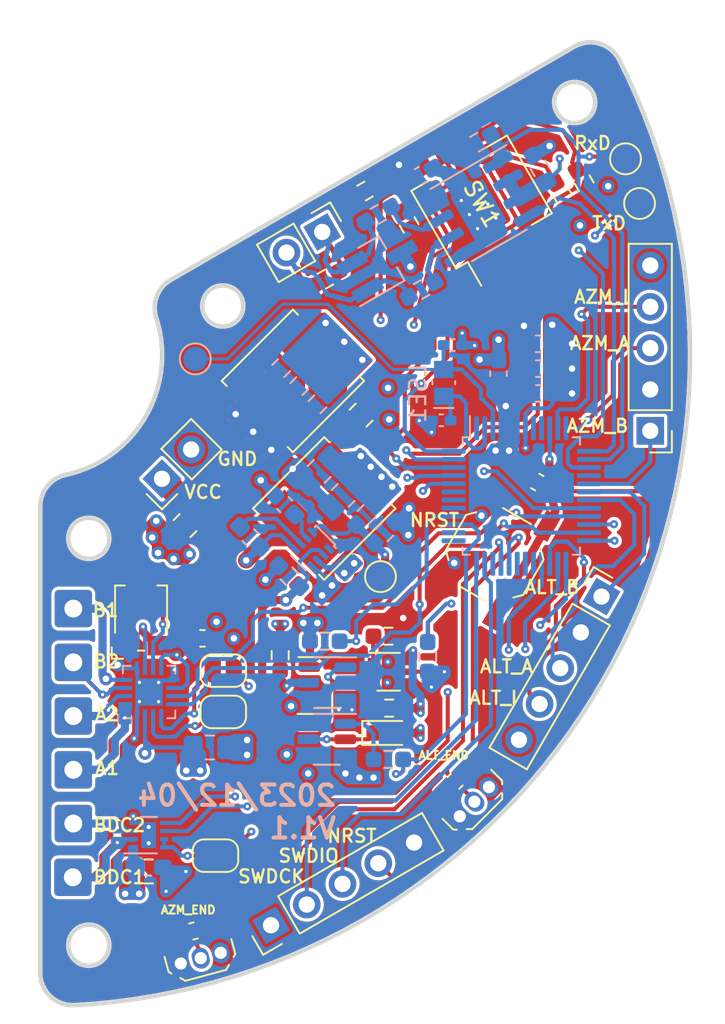
<source format=kicad_pcb>
(kicad_pcb (version 20221018) (generator pcbnew)
  (layers (0 "F.Cu" jumper) (1 "In1.Cu" power) (2 "In2.Cu" mixed) (31 "B.Cu" signal) (34 "B.Paste" user) (35 "F.Paste" user) (36 "B.SilkS" user "B.Silkscreen") (37 "F.SilkS" user "F.Silkscreen") (38 "B.Mask" user) (39 "F.Mask" user) (44 "Edge.Cuts" user))
  (net 0 "")
  (net 1 "+3V3")
  (net 2 "GND")
  (net 3 "NRST")
  (net 4 "LSE_IN")
  (net 5 "LSE_OUT")
  (net 6 "EN")
  (net 7 "+12V")
  (net 8 "STEP_DVDD")
  (net 9 "OUT_A")
  (net 10 "OUT_B")
  (net 11 "VCC")
  (net 12 "ENC_B_AZM")
  (net 13 "ENC_A_AZM")
  (net 14 "ENC_I_AZM")
  (net 15 "ENC_B_ALT")
  (net 16 "ENC_A_ALT")
  (net 17 "ENC_I_ALT")
  (net 18 "SWDCLK")
  (net 19 "SWDIO")
  (net 20 "CFG_PWR")
  (net 21 "LP_TxD")
  (net 22 "LP_RxD")
  (net 23 "BDC_nSLEEP")
  (net 24 "STEP_FAULT")
  (net 25 "STEP_nSLEEP")
  (net 26 "Net-(Q1-G)")
  (net 27 "Net-(Q2-G)")
  (net 28 "Net-(Q4-G)")
  (net 29 "LPUART_DE")
  (net 30 "CFG1")
  (net 31 "CFG2")
  (net 32 "CFG3")
  (net 33 "CFG4")
  (net 34 "FB-3.3V")
  (net 35 "MOFF")
  (net 36 "HEAT")
  (net 37 "TEMP")
  (net 38 "STEP_PWM")
  (net 39 "STEP_DIR")
  (net 40 "END_AZM")
  (net 41 "END_ALT")
  (net 42 "BDC_PWM")
  (net 43 "BDC_DIR")
  (net 44 "Net-(U5-VTEMP)")
  (net 45 "Net-(U5-TSET)")
  (net 46 "Net-(U7-SW)")
  (net 47 "Net-(U7-BST)")
  (net 48 "Net-(C15-Pad1)")
  (net 49 "Net-(U7-SS)")
  (net 50 "Net-(C20-Pad1)")
  (net 51 "Net-(U6-AOUT1)")
  (net 52 "Net-(U6-BOUT2)")
  (net 53 "Net-(U6-AOUT2)")
  (net 54 "Net-(U6-BOUT1)")
  (net 55 "Net-(U8-OUT1)")
  (net 56 "Net-(U8-OUT2)")
  (net 57 "Net-(JP3-B)")
  (net 58 "Net-(JP4-B)")
  (net 59 "Net-(JP5-B)")
  (net 60 "Net-(Q1-D)")
  (net 61 "Net-(U1-A)")
  (net 62 "Net-(U1-B)")
  (net 73 "Net-(U6-VREF)")
  (footprint "Jumper:SolderJumper-2_P1.3mm_Open_RoundedPad1.0x1.5mm" (layer "F.Cu") (at 27.374588 174.487102 180)
    (fp_text reference "JP3" hide)
    (fp_text value "SolderJumper_2_Open" hide)
  )
  (footprint "Capacitor_SMD:C_0603_1608Metric_Pad1.08x0.95mm_HandSolder" (layer "F.Cu") (at 41.635338 181.284176 45)
    (fp_text reference "C10" hide)
    (fp_text value "100nF" hide)
  )
  (footprint "Resistor_SMD:R_0603_1608Metric_Pad0.98x0.95mm_HandSolder" (layer "F.Cu") (at 39.949798 173.640693 90)
    (fp_text reference "R9" hide)
    (fp_text value "30k" hide)
  )
  (footprint "Resistor_SMD:R_0603_1608Metric_Pad0.98x0.95mm_HandSolder" (layer "F.Cu") (at 37.528992 172.3739 180)
    (fp_text reference "R11" hide)
    (fp_text value "31.3k" hide)
  )
  (footprint "Connector_Wire:SolderWire-0.5sqmm_1x01_D0.9mm_OD2.3mm" (layer "F.Cu") (at 18.148613 173.979091 180)
    (fp_text reference "H2" hide)
    (fp_text value "MountingHole_Pad" hide)
  )
  (footprint "Connector_PinHeader_2.54mm:PinHeader_1x02_P2.54mm_Vertical" (layer "F.Cu") (at 33.461793 147.535201 -60)
    (fp_text reference "J1" hide)
    (fp_text value "Conn_01x02" hide)
  )
  (footprint "Button_Switch_SMD:SW_DIP_SPSTx04_Slide_KingTek_DSHP04TS_W7.62mm_P1.27mm" (layer "F.Cu") (at 43.263075 145.698637 120)
    (fp_text reference "SW1")
    (fp_text value "SW_DIP_x04" hide)
  )
  (footprint "Capacitor_SMD:C_0603_1608Metric_Pad1.08x0.95mm_HandSolder" (layer "F.Cu") (at 25.539623 190.486809 15)
    (fp_text reference "C8" hide)
    (fp_text value "100nF" hide)
  )
  (footprint "Resistor_SMD:R_0603_1608Metric_Pad0.98x0.95mm_HandSolder" (layer "F.Cu") (at 38.809202 147.105906 -60)
    (fp_text reference "R7" hide)
    (fp_text value "10k" hide)
  )
  (footprint "Resistor_SMD:R_0603_1608Metric_Pad0.98x0.95mm_HandSolder" (layer "F.Cu") (at 36.094252 145.024059 -150)
    (fp_text reference "R8" hide)
    (fp_text value "10k" hide)
  )
  (footprint "Package_TO_SOT_SMD:SOT-23-3" (layer "F.Cu") (at 33.800714 175.218693)
    (fp_text reference "Q2" hide)
    (fp_text value "2N7002LT3G" hide)
  )
  (footprint "Capacitor_SMD:C_0603_1608Metric_Pad1.08x0.95mm_HandSolder" (layer "F.Cu") (at 31.433553 168.687861 135)
    (fp_text reference "C13" hide)
    (fp_text value "100nF" hide)
  )
  (footprint "Resistor_SMD:R_0603_1608Metric_Pad0.98x0.95mm_HandSolder" (layer "F.Cu") (at 37.581691 176.793511 180)
    (fp_text reference "R12" hide)
    (fp_text value "10k" hide)
  )
  (footprint "LED_SMD:LED_0603_1608Metric_Pad1.05x0.95mm_HandSolder" (layer "F.Cu") (at 37.579813 178.317487)
    (fp_text reference "R13" hide)
    (fp_text value "Heater" hide)
  )
  (footprint "Potentiometer_SMD:Potentiometer_Bourns_TC33X_Vertical" (layer "F.Cu") (at 22.314211 171.157492 90)
    (fp_text reference "VR1" hide)
    (fp_text value "TC33X-2-303E" hide)
  )
  (footprint "TestPoint:TestPoint_Pad_D1.5mm" (layer "F.Cu") (at 37.044159 168.712087 135)
    (fp_text reference "TP2" hide)
    (fp_text value "TestPoint_Probe" hide)
  )
  (footprint "Capacitor_SMD:C_0603_1608Metric_Pad1.08x0.95mm_HandSolder" (layer "F.Cu") (at 46.689299 162.903215 150)
    (fp_text reference "C2" hide)
    (fp_text value "100nF" hide)
  )
  (footprint "Connector_Wire:SolderWire-0.5sqmm_1x01_D0.9mm_OD2.3mm" (layer "F.Cu") (at 18.148607 170.677104 180)
    (fp_text reference "H4" hide)
    (fp_text value "MountingHole_Pad" hide)
  )
  (footprint "Resistor_SMD:R_0603_1608Metric_Pad0.98x0.95mm_HandSolder" (layer "F.Cu") (at 33.617411 172.678696)
    (fp_text reference "R15" hide)
    (fp_text value "10k" hide)
  )
  (footprint "Connector_Wire:SolderWire-0.5sqmm_1x01_D0.9mm_OD2.3mm" (layer "F.Cu") (at 18.118597 187.187097 180)
    (fp_text reference "H5" hide)
    (fp_text value "MountingHole_Pad" hide)
  )
  (footprint "Connector_Wire:SolderWire-0.5sqmm_1x01_D0.9mm_OD2.3mm" (layer "F.Cu") (at 18.148617 177.281105 180)
    (fp_text reference "H3" hide)
    (fp_text value "MountingHole_Pad" hide)
  )
  (footprint "Resistor_SMD:R_0603_1608Metric_Pad0.98x0.95mm_HandSolder" (layer "F.Cu") (at 48.258963 145.299647 -60)
    (fp_text reference "R6" hide)
    (fp_text value "10k" hide)
  )
  (footprint "Capacitor_SMD:C_0603_1608Metric_Pad1.08x0.95mm_HandSolder" (layer "F.Cu") (at 26.093104 172.505899 180)
    (fp_text reference "C11" hide)
    (fp_text value "0.47uF" hide)
  )
  (footprint "Package_TO_SOT_THT:TO-92Flat" (layer "F.Cu") (at 41.922717 183.439438 45)
    (fp_text reference "U4" hide)
    (fp_text value "DRV5011" hide)
  )
  (footprint "Resistor_SMD:R_0603_1608Metric_Pad0.98x0.95mm_HandSolder" (layer "F.Cu") (at 30.874207 173.542294 -90)
    (fp_text reference "R16" hide)
    (fp_text value "10k" hide)
  )
  (footprint "Resistor_SMD:R_0603_1608Metric_Pad0.98x0.95mm_HandSolder" (layer "F.Cu") (at 33.652736 150.434073 30)
    (fp_text reference "R25" hide)
    (fp_text value "50" hide)
  )
  (footprint "Capacitor_SMD:C_0805_2012Metric_Pad1.18x1.45mm_HandSolder" (layer "F.Cu") (at 22.787909 186.831509 180)
    (fp_text reference "C18" hide)
    (fp_text value "22uF" hide)
  )
  (footprint "Jumper:SolderJumper-2_P1.3mm_Open_RoundedPad1.0x1.5mm" (layer "F.Cu") (at 27.374627 177.027092 180)
    (fp_text reference "JP4" hide)
    (fp_text value "SolderJumper_2_Open" hide)
  )
  (footprint "Inductor_SMD:L_Bourns_SRN6045TA" (layer "F.Cu") (at 33.583288 164.526522 45)
    (fp_text reference "L1" hide)
    (fp_text value "6.3uH" hide)
  )
  (footprint "Button_Switch_SMD:SW_SPST_TL3342" (layer "F.Cu") (at 44.072345 167.375078 -120)
    (fp_text reference "S1" hide)
    (fp_text value "PTS526" hide)
  )
  (footprint "Inductor_SMD:L_Bourns_SRN6045TA" (layer "F.Cu") (at 31.656476 156.687388 45)
    (fp_text reference "L2" hide)
    (fp_text value "6.3uH" hide)
  )
  (footprint "Connector_PinHeader_2.54mm:PinHeader_1x05_P2.54mm_Vertical" (layer "F.Cu") (at 53.642826 159.755108 180)
    (fp_text reference "J3" hide)
    (fp_text value "0705430109" hide)
  )
  (footprint "Resistor_SMD:R_0603_1608Metric_Pad0.98x0.95mm_HandSolder" (layer "F.Cu") (at 49.578809 144.53765 -60)
    (fp_text reference "R5" hide)
    (fp_text value "10k" hide)
  )
  (footprint "Connector_Wire:SolderWire-0.5sqmm_1x01_D0.9mm_OD2.3mm" (layer "F.Cu") (at 18.148593 183.885098 180)
    (fp_text reference "H6" hide)
    (fp_text value "MountingHole_Pad" hide)
  )
  (footprint "TestPoint:TestPoint_Pad_D1.5mm" (layer "F.Cu") (at 52.982402 145.785099)
    (fp_text reference "TP3" hide)
    (fp_text value "TestPoint_Probe" hide)
  )
  (footprint "Package_TO_SOT_SMD:SOT-23-3" (layer "F.Cu") (at 33.738914 178.7087)
    (fp_text reference "Q1" hide)
    (fp_text value "2N7002LT3G" hide)
  )
  (footprint "Capacitor_SMD:C_0805_2012Metric_Pad1.18x1.45mm_HandSolder" (layer "F.Cu") (at 25.019278 165.579026 -135)
    (fp_text reference "F1" hide)
    (fp_text value "Fuse" hide)
  )
  (footprint "TestPoint:TestPoint_Pad_D1.5mm" (layer "F.Cu") (at 52.118813 143.041899)
    (fp_text reference "TP4" hide)
    (fp_text value "TestPoint_Probe" hide)
  )
  (footprint "Resistor_SMD:R_0603_1608Metric_Pad0.98x0.95mm_HandSolder" (layer "F.Cu") (at 37.529002 179.9431 180)
    (fp_text reference "R18" hide)
    (fp_text value "10k" hide)
  )
  (footprint "Connector_PinHeader_2.54mm:PinHeader_1x05_P2.54mm_Vertical" (layer "F.Cu") (at 50.643104 169.939619 -30)
    (fp_text reference "J4" hide)
    (fp_text value "0705430109" hide)
  )
  (footprint "Connector_PinHeader_2.54mm:PinHeader_1x02_P2.54mm_Vertical" (layer "F.Cu") (at 23.601238 162.701477 135)
    (fp_text reference "J5" hide)
    (fp_text value "Conn_01x02" hide)
  )
  (footprint "Package_TO_SOT_SMD:SOT-363_SC-70-6" (layer "F.Cu") (at 37.544221 174.558303)
    (fp_text reference "U5" hide)
    (fp_text value "TMP300" hide)
  )
  (footprint "Package_TO_SOT_THT:TO-92Flat" (layer "F.Cu") (at 24.760991 192.483565 15)
    (fp_text reference "U2" hide)
    (fp_text value "DRV5011" hide)
  )
  (footprint "Capacitor_SMD:C_0805_2012Metric_Pad1.18x1.45mm_HandSolder" (layer "F.Cu") (at 35.85206 158.790494 45)
    (fp_text reference "C20" hide)
    (fp_text value "22uF" hide)
  )
  (footprint "Connector_PinHeader_2.54mm:PinHeader_1x05_P2.54mm_Vertical" (layer "F.Cu") (at 30.31031 190.133488 120)
    (fp_text reference "J2" hide)
    (fp_text value "Conn_01x05" hide)
  )
  (footprint "Connector_Wire:SolderWire-0.5sqmm_1x01_D0.9mm_OD2.3mm" (layer "F.Cu") (at 18.148596 180.583103 180)
    (fp_text reference "H1" hide)
    (fp_text value "MountingHole_Pad" hide)
  )
  (footprint "Jumper:SolderJumper-2_P1.3mm_Open_RoundedPad1.0x1.5mm" (layer "F.Cu") (at 26.892293 185.858296 180)
    (fp_text reference "JP5" hide)
    (fp_text value "SolderJumper_2_Open" hide)
  )
  (footprint "Capacitor_SMD:C_0805_2012Metric_Pad1.18x1.45mm_HandSolder" (layer "B.Cu") (at 33.275316 162.248196 -135)
    (fp_text reference "C17" hide)
    (fp_text value "22uF" hide)
  )
  (footprint "Capacitor_SMD:C_0603_1608Metric_Pad1.08x0.95mm_HandSolder" (layer "B.Cu") (at 31.142442 164.292231 135)
    (fp_text reference "C16" hide)
    (fp_text value "100nF" hide)
  )
  (footprint "Package_TO_SOT_SMD:SOT-23-3" (layer "B.Cu") (at 33.738914 178.7087 180)
    (fp_text reference "Q4" hide)
    (fp_text value "2N7002LT3G" hide)
  )
  (footprint "Resistor_SMD:R_0603_1608Metric_Pad0.98x0.95mm_HandSolder" (layer "B.Cu") (at 33.617411 172.678696 180)
    (fp_text reference "R14" hide)
    (fp_text value "10k" hide)
  )
  (footprint "Package_TO_SOT_SMD:SOT-583-8" (layer "B.Cu") (at 32.841539 167.023613 135)
    (fp_text reference "U7" hide)
    (fp_text value "TPS62933" hide)
  )
  (footprint "Capacitor_SMD:C_0603_1608Metric_Pad1.08x0.95mm_HandSolder" (layer "B.Cu") (at 44.308102 156.238491 90)
    (fp_text reference "C9" hide)
    (fp_text value "4.7uF" hide)
  )
  (footprint "Resistor_SMD:R_0603_1608Metric_Pad0.98x0.95mm_HandSolder" (layer "B.Cu") (at 31.433553 168.687861 135)
    (fp_text reference "R19" hide)
    (fp_text value "10k" hide)
  )
  (footprint "Package_SON:WSON-8-1EP_2x2mm_P0.5mm_EP0.9x1.6mm_ThermalVias" (layer "B.Cu") (at 22.787916 184.596304)
    (fp_text reference "U8" hide)
    (fp_text value "DRV8220DSGR-8p" hide)
  )
  (footprint "Package_TO_SOT_SMD:SOT-23-3" (layer "B.Cu") (at 33.749907 175.233896 180)
    (fp_text reference "Q3" hide)
    (fp_text value "2N7002LT3G" hide)
  )
  (footprint "Capacitor_SMD:C_0805_2012Metric_Pad1.18x1.45mm_HandSolder" (layer "B.Cu") (at 34.748093 163.720947 -135)
    (fp_text reference "C15" hide)
    (fp_text value "22uF" hide)
  )
  (footprint "Capacitor_SMD:C_0603_1608Metric_Pad1.08x0.95mm_HandSolder" (layer "B.Cu") (at 29.015045 166.266669 135)
    (fp_text reference "C14" hide)
    (fp_text value "100nF" hide)
  )
  (footprint "Resistor_SMD:R_0603_1608Metric_Pad0.98x0.95mm_HandSolder" (layer "B.Cu") (at 37.287348 165.995115 45)
    (fp_text reference "R21" hide)
    (fp_text value "10k" hide)
  )
  (footprint "Capacitor_SMD:C_0402_1005Metric_Pad0.74x0.62mm_HandSolder" (layer "B.Cu") (at 40.784103 159.108543 180)
    (fp_text reference "C1" hide)
    (fp_text value "15pF" hide)
  )
  (footprint "Capacitor_SMD:C_0603_1608Metric_Pad1.08x0.95mm_HandSolder" (layer "B.Cu") (at 46.746502 154.408603)
    (fp_text reference "C7" hide)
    (fp_text value "4.7uF" hide)
  )
  (footprint "Package_TO_SOT_SMD:SOT-23_Handsoldering" (layer "B.Cu") (at 37.077278 149.53234 30)
    (fp_text reference "ESD1" hide)
    (fp_text value "SM712_SOT23" hide)
  )
  (footprint "Package_SO:SOIC-8-1EP_3.9x4.9mm_P1.27mm_EP2.29x3mm_ThermalVias" (layer "B.Cu") (at 43.082102 146.14259 -150)
    (fp_text reference "U1" hide)
    (fp_text value "SN65HVD72DRBR" hide)
  )
  (footprint "Capacitor_SMD:C_0805_2012Metric_Pad1.18x1.45mm_HandSolder" (layer "B.Cu") (at 26.551407 179.211496)
    (fp_text reference "C12" hide)
    (fp_text value "22uF" hide)
  )
  (footprint "Resistor_SMD:R_0603_1608Metric_Pad0.98x0.95mm_HandSolder" (layer "B.Cu") (at 37.529002 179.9431 180)
    (fp_text reference "R17" hide)
    (fp_text value "10k" hide)
  )
  (footprint "Resistor_SMD:R_0603_1608Metric_Pad0.98x0.95mm_HandSolder" (layer "B.Cu") (at 43.046613 142.020936 30)
    (fp_text reference "R2" hide)
    (fp_text value "10k" hide)
  )
  (footprint "Resistor_SMD:R_0603_1608Metric_Pad0.98x0.95mm_HandSolder" (layer "B.Cu") (at 36.907059 146.446446 30)
    (fp_text reference "R4" hide)
    (fp_text value "10" hide)
  )
  (footprint "Resistor_SMD:R_0603_1608Metric_Pad0.98x0.95mm_HandSolder" (layer "B.Cu") (at 33.165259 158.12411 45)
    (fp_text reference "R22" hide)
    (fp_text value "0" hide)
  )
  (footprint "Resistor_SMD:R_0603_1608Metric_Pad0.98x0.95mm_HandSolder" (layer "B.Cu") (at 46.860604 143.629558 120)
    (fp_text reference "R1" hide)
    (fp_text value "10k" hide)
  )
  (footprint "Resistor_SMD:R_0603_1608Metric_Pad0.98x0.95mm_HandSolder" (layer "B.Cu") (at 39.949798 173.640693 -90)
    (fp_text reference "R10" hide)
    (fp_text value "10k" hide)
  )
  (footprint "TestPoint:TestPoint_Pad_D1.5mm" (layer "B.Cu") (at 25.652 155.335486 180)
    (fp_text reference "TP1" hide)
    (fp_text value "TestPoint_Probe" hide)
  )
  (footprint "Capacitor_SMD:C_0603_1608Metric_Pad1.08x0.95mm_HandSolder" (layer "B.Cu") (at 46.747605 155.932609)
    (fp_text reference "C5" hide)
    (fp_text value "100nF" hide)
  )
  (footprint "Capacitor_SMD:C_0402_1005Metric_Pad0.74x0.62mm_HandSolder" (layer "B.Cu") (at 41.495305 154.485748)
    (fp_text reference "C3" hide)
    (fp_text value "15pF" hide)
  )
  (footprint "Capacitor_SMD:C_0603_1608Metric_Pad1.08x0.95mm_HandSolder" (layer "B.Cu") (at 39.527781 144.052555 30)
    (fp_text reference "C4" hide)
    (fp_text value "100nF" hide)
  )
  (footprint "Capacitor_SMD:C_0603_1608Metric_Pad1.08x0.95mm_HandSolder" (layer "B.Cu") (at 46.747618 157.456607)
    (fp_text reference "C6" hide)
    (fp_text value "100nF" hide)
  )
  (footprint "Resistor_SMD:R_0603_1608Metric_Pad0.98x0.95mm_HandSolder" (layer "B.Cu") (at 36.184868 164.870427 45)
    (fp_text reference "R20" hide)
    (fp_text value "31.3k" hide)
  )
  (footprint "Resistor_SMD:R_0603_1608Metric_Pad0.98x0.95mm_HandSolder" (layer "B.Cu") (at 30.938156 155.897006 45)
    (fp_text reference "R23" hide)
    (fp_text value "0" hide)
  )
  (footprint "Package_QFP:LQFP-48_7x7mm_P0.5mm" (layer "B.Cu") (at 45.707705 163.75891 -90)
    (fp_text reference "U3" hide)
    (fp_text value "STM32G071CBT6" hide)
  )
  (footprint "Crystal:Crystal_SMD_MicroCrystal_CM9V-T1A-2Pin_1.6x1.0mm_HandSoldering" (layer "B.Cu") (at 40.939301 156.803004 90)
    (fp_text reference "LSE1")
    (fp_text value "ECS-.327-12.5-16-TR3" hide)
  )
  (footprint "Capacitor_SMD:C_0603_1608Metric_Pad1.08x0.95mm_HandSolder" (layer "B.Cu") (at 22.791099 186.577508 180)
    (fp_text reference "C19" hide)
    (fp_text value "100nF" hide)
  )
  (footprint "Resistor_SMD:R_0603_1608Metric_Pad0.98x0.95mm_HandSolder" (layer "B.Cu") (at 39.57593 151.070199 30)
    (fp_text reference "R3" hide)
    (fp_text value "10" hide)
  )
  (footprint "Package_DFN_QFN:WQFN-16-1EP_3x3mm_P0.5mm_EP1.68x1.68mm_ThermalVias" (layer "B.Cu") (at 22.806501 175.8039)
    (fp_text reference "U6" hide)
    (fp_text value "DRV8428" hide)
  )
  (footprint "Resistor_SMD:R_0603_1608Metric_Pad0.98x0.95mm_HandSolder" (layer "B.Cu") (at 32.0517 157.010551 45)
    (fp_text reference "R24" hide)
    (fp_text value "0" hide)
  )
  (gr_circle (center 19.098805 191.359099) (end 20.348809 191.359107) (stroke (width 0.25)) (fill none) (layer "Edge.Cuts"))
  (gr_circle (center 27.341583 152.082169) (end 28.591583 152.082173) (stroke (width 0.25)) (fill none) (layer "Edge.Cuts"))
  (gr_circle (center 19.098804 166.359099) (end 20.348806 166.359115) (stroke (width 0.25)) (fill none) (layer "Edge.Cuts"))
  (gr_arc (start 51.744441 136.96004) (mid 50.739818 175.109102) (end 18.204071 195.053661) (stroke (width 0.25)) (layer "Edge.Cuts"))
  (gr_arc (start 23.237917 152.810553) (mid 22.594018 158.859105) (end 17.677767 162.441013) (stroke (width 0.25)) (layer "Edge.Cuts"))
  (gr_line (start 16.098814 164.396194) (end 16.098814 193.056437) (stroke (width 0.25)) (layer "Edge.Cuts"))
  (gr_arc (start 48.962168 136.135436) (mid 50.53051 135.949875) (end 51.744441 136.96004) (stroke (width 0.25)) (layer "Edge.Cuts"))
  (gr_line (start 48.962168 136.135436) (end 24.141664 150.465557) (stroke (width 0.25)) (layer "Edge.Cuts"))
  (gr_circle (center 48.992229 139.582182) (end 50.242237 139.582185) (stroke (width 0.25)) (fill none) (layer "Edge.Cuts"))
  (gr_arc (start 18.204071 195.053661) (mid 16.722313 194.507379) (end 16.098814 193.056437) (stroke (width 0.25)) (layer "Edge.Cuts"))
  (gr_arc (start 23.237917 152.810553) (mid 23.275471 151.478379) (end 24.141664 150.465557) (stroke (width 0.25)) (layer "Edge.Cuts"))
  (gr_arc (start 16.098814 164.396194) (mid 16.542846 163.139631) (end 17.677767 162.441013) (stroke (width 0.25)) (layer "Edge.Cuts"))
  (gr_text "2023/12/04\nV1.1" (at 34.4424 184.912) (layer "B.SilkS") (effects (font (size 1.25 1.25) (thickness 0.25) bold) (justify left bottom mirror)))
  (gr_text "A2" (at 19.4056 177.6476) (layer "F.SilkS") (effects (font (size 0.8 0.8)) (justify left bottom)))
  (gr_text "ALT_A" (at 43.0784 174.7012) (layer "F.SilkS") (effects (font (size 0.8 0.8)) (justify left bottom)))
  (gr_text "NRST" (at 33.6804 185.1152) (layer "F.SilkS") (effects (font (size 0.8 0.8)) (justify left bottom)))
  (gr_text "ALT_END" (at 39.3192 179.9844) (layer "F.SilkS") (effects (font (size 0.5 0.5) (thickness 0.125)) (justify left bottom)))
  (gr_text "B1" (at 19.2532 171.2468) (layer "F.SilkS") (effects (font (size 0.8 0.8)) (justify left bottom)))
  (gr_text "ALT_B" (at 45.828915 169.83261) (layer "F.SilkS") (effects (font (size 0.8 0.8)) (justify left bottom)))
  (gr_text "GND" (at 26.924 161.9504) (layer "F.SilkS") (effects (font (size 0.8 0.8)) (justify left bottom)))
  (gr_text "AZM_END" (at 23.4696 189.484) (layer "F.SilkS") (effects (font (size 0.5 0.5) (thickness 0.125) bold) (justify left bottom)))
  (gr_text "AZM_A" (at 48.6156 154.8384) (layer "F.SilkS") (effects (font (size 0.8 0.8)) (justify left bottom)))
  (gr_text "RxD" (at 48.8696 142.5448) (layer "F.SilkS") (effects (font (size 0.8 0.8)) (justify left bottom)))
  (gr_text "B2" (at 19.304 174.3964) (layer "F.SilkS") (effects (font (size 0.8 0.8)) (justify left bottom)))
  (gr_text "BDC2" (at 19.304 184.4548) (layer "F.SilkS") (effects (font (size 0.8 0.8)) (justify left bottom)))
  (gr_text "A1" (at 19.4056 180.9496) (layer "F.SilkS") (effects (font (size 0.8 0.8)) (justify left bottom)))
  (gr_text "SWDIO" (at 30.6832 186.3344) (layer "F.SilkS") (effects (font (size 0.8 0.8)) (justify left bottom)))
  (gr_text "TxD" (at 49.9872 147.4724) (layer "F.SilkS") (effects (font (size 0.8 0.8)) (justify left bottom)))
  (gr_text "ALT_I" (at 42.418 176.6316) (layer "F.SilkS") (effects (font (size 0.8 0.8)) (justify left bottom)))
  (gr_text "VCC" (at 24.892 163.9824) (layer "F.SilkS") (effects (font (size 0.8 0.8)) (justify left bottom)))
  (gr_text "AZM_B" (at 48.4124 159.9184) (layer "F.SilkS") (effects (font (size 0.8 0.8)) (justify left bottom)))
  (gr_text "AZM_I" (at 48.8696 151.9936) (layer "F.SilkS") (effects (font (size 0.8 0.8)) (justify left bottom)))
  (gr_text "BDC1" (at 19.304 187.6552) (layer "F.SilkS") (effects (font (size 0.8 0.8)) (justify left bottom)))
  (gr_text "NRST" (at 38.7604 165.7096) (layer "F.SilkS") (effects (font (size 0.8 0.8)) (justify left bottom)))
  (gr_text "SWDCK" (at 28.194 187.6044) (layer "F.SilkS") (effects (font (size 0.8 0.8)) (justify left bottom)))
  (segment (start 24.706507 190.710042) (end 24.706514 192.429088) (width 0.75) (layer "F.Cu") (net 1))
  (segment (start 41.025465 182.542192) (end 41.922717 183.439438) (width 0.75) (layer "F.Cu") (net 1))
  (segment (start 41.025464 181.89406) (end 41.025465 182.542192) (width 0.75) (layer "F.Cu") (net 1))
  (segment (start 24.706514 192.429088) (end 24.760991 192.483565) (width 0.75) (layer "F.Cu") (net 1))
  (via (at 44.127535 160.970167) (size 0.8) (drill 0.4) (layers "F.Cu" "B.Cu") (net 1))
  (via (at 45.870395 153.303498) (size 0.8) (drill 0.4) (layers "F.Cu" "B.Cu") (net 1))
  (via (at 38.184491 143.411937) (size 0.8) (drill 0.4) (layers "F.Cu" "B.Cu") (net 1))
  (via (at 28.134418 158.732321) (size 0.8) (drill 0.4) (layers "F.Cu" "B.Cu") (net 1))
  (via (at 44.752794 158.231094) (size 0.8) (drill 0.4) (layers "F.Cu" "B.Cu") (net 1))
  (via (at 29.212056 159.809947) (size 0.8) (drill 0.4) (layers "F.Cu" "B.Cu") (net 1))
  (via (at 44.956017 160.970162) (size 0.8) (drill 0.4) (layers "F.Cu" "B.Cu") (net 1))
  (via (at 30.325606 160.923508) (size 0.8) (drill 0.4) (layers "F.Cu" "B.Cu") (net 1))
  (segment (start 44.308101 157.101007) (end 45.0193 157.101014) (width 1) (layer "B.Cu") (net 1))
  (segment (start 42.256365 142.47718) (end 42.23588 142.441713) (width 0.5) (layer "B.Cu") (net 1))
  (segment (start 32.336085 158.76935) (end 32.520015 158.76935) (width 1) (layer "B.Cu") (net 1))
  (segment (start 45.870395 153.303498) (end 45.870404 154.395005) (width 1) (layer "B.Cu") (net 1))
  (segment (start 45.0193 157.101014) (end 45.377109 157.100993) (width 1) (layer "B.Cu") (net 1))
  (segment (start 29.212056 159.809947) (end 31.366219 157.655789) (width 1) (layer "B.Cu") (net 1))
  (segment (start 45.529513 157.100998) (end 45.885109 157.456594) (width 1) (layer "B.Cu") (net 1))
  (segment (start 30.292905 156.542242) (end 31.406463 157.655778) (width 0.75) (layer "B.Cu") (net 1))
  (segment (start 28.134418 158.732321) (end 30.292911 156.573835) (width 1) (layer "B.Cu") (net 1))
  (segment (start 31.366219 157.655789) (end 31.406454 157.655797) (width 1) (layer "B.Cu") (net 1))
  (segment (start 39.411642 145.576376) (end 39.986178 145.730316) (width 0.75) (layer "B.Cu") (net 1))
  (segment (start 45.885111 154.409713) (end 45.884006 154.408595) (width 1) (layer "B.Cu") (net 1))
  (segment (start 45.457696 158.566191) (end 45.885104 158.138803) (width 0.25) (layer "B.Cu") (net 1))
  (segment (start 45.885114 156.593006) (end 45.885111 154.409713) (width 1) (layer "B.Cu") (net 1))
  (segment (start 45.885104 158.138803) (end 45.885109 157.456594) (width 0.25) (layer "B.Cu") (net 1))
  (segment (start 38.177372 143.43856) (end 38.184491 143.411937) (width 0.75) (layer "B.Cu") (net 1))
  (segment (start 31.406471 157.655787) (end 31.406454 157.655797) (width 0.75) (layer "B.Cu") (net 1))
  (segment (start 30.326174 160.922958) (end 32.408475 158.840631) (width 1) (layer "B.Cu") (net 1))
  (segment (start 38.780857 144.483778) (end 39.411642 145.576376) (width 0.75) (layer "B.Cu") (net 1))
  (segment (start 45.885109 157.456594) (end 45.885114 156.593006) (width 1) (layer "B.Cu") (net 1))
  (segment (start 45.870404 154.395005) (end 45.884006 154.408595) (width 1) (layer "B.Cu") (net 1))
  (segment (start 45.0193 157.101014) (end 45.529513 157.100998) (width 1) (layer "B.Cu") (net 1))
  (segment (start 38.780839 144.483809) (end 38.177372 143.43856) (width 0.75) (layer "B.Cu") (net 1))
  (segment (start 32.520015 158.76935) (end 31.406471 157.655787) (width 0.75) (layer "B.Cu") (net 1))
  (segment (start 45.377109 157.100993) (end 45.885114 156.593006) (width 1) (layer "B.Cu") (net 1))
  (segment (start 31.406463 157.655778) (end 31.406454 157.655797) (width 0.75) (layer "B.Cu") (net 1))
  (segment (start 45.457695 159.596398) (end 45.457696 158.566191) (width 0.25) (layer "B.Cu") (net 1))
  (segment (start 30.292911 156.573835) (end 30.292905 156.542242) (width 1) (layer "B.Cu") (net 1))
  (segment (start 21.314219 173.983914) (end 21.314203 172.957503) (width 0.5) (layer "F.Cu") (net 2))
  (segment (start 36.585667 158.040006) (end 36.585673 158.056853) (width 0.5) (layer "F.Cu") (net 2))
  (segment (start 26.957805 171.489902) (end 26.957797 172.5037) (width 0.75) (layer "F.Cu") (net 2))
  (segment (start 27.008603 171.489904) (end 28.024599 172.505897) (width 0.75) (layer "F.Cu") (net 2))
  (segment (start 26.372733 190.263575) (end 26.873164 190.552502) (width 0.75) (layer "F.Cu") (net 2))
  (segment (start 20.81102 174.182295) (end 21.115818 174.182293) (width 0.5) (layer "F.Cu") (net 2))
  (segment (start 23.825395 188.021396) (end 23.854699 188.050688) (width 0.75) (layer "F.Cu") (net 2))
  (segment (start 21.115818 174.182293) (end 21.314219 173.983914) (width 0.5) (layer "F.Cu") (net 2))
  (segment (start 44.001905 163.697106) (end 43.269907 164.964946) (width 0.75) (layer "F.Cu") (net 2))
  (segment (start 50.040678 145.306923) (end 50.035064 145.327909) (width 0.75) (layer "F.Cu") (net 2))
  (segment (start 30.786386 168.077971) (end 30.823657 168.077981) (width 0.5) (layer "F.Cu") (net 2))
  (segment (start 42.245227 180.674303) (end 42.74967 180.674297) (width 0.75) (layer "F.Cu") (net 2))
  (segment (start 37.581664 159.05561) (end 36.585679 158.059627) (width 0.5) (layer "F.Cu") (net 2))
  (segment (start 25.073917 186.831489) (end 23.825411 186.831495) (width 0.75) (layer "F.Cu") (net 2))
  (segment (start 36.548112 174.558296) (end 37.447289 174.558291) (width 0.5) (layer "F.Cu") (net 2))
  (segment (start 23.854699 188.050688) (end 25.073917 186.831489) (width 0.75) (layer "F.Cu") (net 2))
  (segment (start 21.314196 173.272704) (end 20.810995 173.775899) (width 0.5) (layer "F.Cu") (net 2))
  (segment (start 21.314203 172.957503) (end 21.314196 173.272704) (width 0.5) (layer "F.Cu") (net 2))
  (segment (start 37.447289 174.558291) (end 37.498101 174.609088) (width 0.5) (layer "F.Cu") (net 2))
  (segment (start 26.957805 171.489902) (end 27.008603 171.489904) (width 0.75) (layer "F.Cu") (net 2))
  (segment (start 36.585679 158.059627) (end 36.585673 158.056853) (width 0.5) (layer "F.Cu") (net 2))
  (segment (start 37.509833 157.115879) (end 36.585667 158.040006) (width 0.5) (layer "F.Cu") (net 2))
  (segment (start 38.441494 172.373901) (end 38.441513 171.258207) (width 0.5) (layer "F.Cu") (net 2))
  (segment (start 21.842603 175.213893) (end 21.293602 174.664906) (width 0.5) (layer "F.Cu") (net 2))
  (segment (start 37.498112 175.198809) (end 37.478214 175.218702) (width 0.5) (layer "F.Cu") (net 2))
  (segment (start 37.498116 173.94869) (end 37.498101 174.609088) (width 0.5) (layer "F.Cu") (net 2))
  (segment (start 32.047606 176.168701) (end 31.54481 176.671507) (width 0.5) (layer "F.Cu") (net 2))
  (segment (start 37.488611 175.208294) (end 37.478214 175.218702) (width 0.5) (layer "F.Cu") (net 2))
  (segment (start 37.498101 174.609088) (end 37.498112 175.198809) (width 0.5) (layer "F.Cu") (net 2))
  (segment (start 38.494202 175.208302) (end 38.189409 175.208296) (width 0.5) (layer "F.Cu") (net 2))
  (segment (start 40.851895 169.153052) (end 41.583501 167.8859) (width 0.75) (layer "F.Cu") (net 2))
  (segment (start 21.293602 174.664906) (end 20.81102 174.182295) (width 0.5) (layer "F.Cu") (net 2))
  (segment (start 32.66321 176.168699) (end 32.047606 176.168701) (width 0.5) (layer "F.Cu") (net 2))
  (segment (start 26.957797 172.5037) (end 26.955605 172.505891) (width 0.75) (layer "F.Cu") (net 2))
  (segment (start 26.873164 190.552502) (end 27.21445 191.82616) (width 0.75) (layer "F.Cu") (net 2))
  (segment (start 42.74967 180.674297) (end 43.718762 181.643391) (width 0.75) (layer "F.Cu") (net 2))
  (segment (start 22.216502 175.213898) (end 21.842603 175.213893) (width 0.5) (layer "F.Cu") (net 2))
  (segment (start 38.441513 171.258207) (end 38.443403 171.256302) (width 0.5) (layer "F.Cu") (net 2))
  (segment (start 23.825411 186.831495) (end 23.825395 188.021396) (width 0.75) (layer "F.Cu") (net 2))
  (segment (start 50.035044 145.327895) (end 50.035064 145.327909) (width 0.75) (layer "F.Cu") (net 2))
  (segment (start 49.315502 147.129648) (end 49.314317 147.134111) (width 0.75) (layer "F.Cu") (net 2))
  (segment (start 38.448114 175.20829) (end 37.488611 175.208294) (width 0.5) (layer "F.Cu") (net 2))
  (segment (start 20.810995 173.775899) (end 20.81102 174.182295) (width 0.5) (layer "F.Cu") (net 2))
  (segment (start 28.024599 172.505897) (end 26.955605 172.505891) (width 0.75) (layer "F.Cu") (net 2))
  (segment (start 29.966409 168.897974) (end 30.786386 168.077971) (width 0.5) (layer "F.Cu") (net 2))
  (segment (start 21.314219 173.983914) (end 21.293616 174.004516) (width 0.5) (layer "F.Cu") (net 2))
  (segment (start 39.328347 148.005086) (end 38.884322 149.662223) (width 0.75) (layer "F.Cu") (net 2))
  (segment (start 21.293616 174.004516) (end 21.293602 174.664906) (width 0.5) (layer "F.Cu") (net 2))
  (segment (start 39.265452 147.89615) (end 39.328347 148.005086) (width 0.75) (layer "F.Cu") (net 2))
  (segment (start 44.931532 162.471967) (end 44.193996 163.209496) (width 0.5) (layer "F.Cu") (net 2))
  (segment (start 45.942352 162.471979) (end 44.931532 162.471967) (width 0.5) (layer "F.Cu") (net 2))
  (via (at 28.024599 172.505897) (size 0.8) (drill 0.4) (layers "F.Cu" "B.Cu") (net 2))
  (via (at 42.834918 154.510191) (size 0.5) (drill 0.2) (layers "F.Cu" "B.Cu") (net 2))
  (via (at 40.193308 159.844198) (size 0.5) (drill 0.2) (layers "F.Cu" "B.Cu") (net 2))
  (via (at 44.308115 154.154598) (size 0.8) (drill 0.4) (layers "F.Cu" "B.Cu") (net 2))
  (via (at 51.050068 144.72416) (size 0.8) (drill 0.4) (layers "F.Cu" "B.Cu") (net 2))
  (via (at 25.073917 186.831489) (size 0.5) (drill 0.2) (layers "F.Cu" "B.Cu") (net 2))
  (via (at 23.854699 188.050688) (size 0.5) (drill 0.2) (layers "F.Cu" "B.Cu") (net 2))
  (via (at 37.478214 175.218702) (size 0.5) (drill 0.2) (layers "F.Cu" "B.Cu") (net 2))
  (via (at 28.837418 178.754291) (size 0.8) (drill 0.4) (layers "F.Cu" "B.Cu") (net 2))
  (via (at 28.837409 179.668693) (size 0.8) (drill 0.4) (layers "F.Cu" "B.Cu") (net 2))
  (via (at 35.751011 181.060703) (size 0.8) (drill 0.4) (layers "F.Cu" "B.Cu") (net 2))
  (via (at 32.601409 180.806694) (size 0.8) (drill 0.4) (layers "F.Cu" "B.Cu") (net 2))
  (via (at 33.450737 169.867839) (size 0.8) (drill 0.4) (layers "F.Cu" "B.Cu") (net 2))
  (via (at 43.139707 155.373806) (size 0.8) (drill 0.4) (layers "F.Cu" "B.Cu") (net 2))
  (via (at 47.452224 142.251884) (size 0.8) (drill 0.4) (layers "F.Cu" "B.Cu") (net 2))
  (via (at 42.072915 153.748197) (size 0.5) (drill 0.2) (layers "F.Cu" "B.Cu") (net 2))
  (via (at 41.57985 167.872234) (size 0.8) (drill 0.4) (layers "F.Cu" "B.Cu") (net 2))
  (via (at 45.972013 160.809401) (size 0.5) (drill 0.2) (layers "F.Cu" "B.Cu") (net 2))
  (via (at 31.54481 176.671507) (size 0.8) (drill 0.4) (layers "F.Cu" "B.Cu") (net 2))
  (via (at 48.829288 155.932599) (size 0.8) (drill 0.4) (layers "F.Cu" "B.Cu") (net 2))
  (via (at 29.679026 162.791402) (size 0.8) (drill 0.4) (layers "F.Cu" "B.Cu") (net 2))
  (via (at 49.314317 147.134111) (size 0.8) (drill 0.4) (layers "F.Cu" "B.Cu") (net 2))
  (via (at 37.509833 157.115879) (size 0.8) (drill 0.4) (layers "F.Cu" "B.Cu") (net 2))
  (via (at 43.256252 164.968619) (size 0.8) (drill 0.4) (layers "F.Cu" "B.Cu") (net 2))
  (via (at 36.6146 181.060707) (size 0.8) (drill 0.4) (layers "F.Cu" "B.Cu") (net 2))
  (via (at 34.06139 169.257181) (size 0.8) (drill 0.4) (layers "F.Cu" "B.Cu") (net 2))
  (via (at 31.280593 179.638307) (size 0.8) (drill 0.4) (layers "F.Cu" "B.Cu") (net 2))
  (via (at 48.829305 157.456604) (size 0.8) (drill 0.4) (layers "F.Cu" "B.Cu") (net 2))
  (via (at 33.160217 171.56111) (size 0.8) (drill 0.4) (layers "F.Cu" "B.Cu") (net 2))
  (via (at 37.498116 173.94869) (size 0.5) (drill 0.2) (layers "F.Cu" "B.Cu") (net 2))
  (via (at 21.837397 183.427903) (size 0.5) (drill 0.2) (layers "F.Cu" "B.Cu") (net 2))
  (via (at 29.966409 168.897974) (size 0.8) (drill 0.4) (layers "F.Cu" "B.Cu") (net 2))
  (via (at 39.431314 159.133007) (size 0.5) (drill 0.2) (layers "F.Cu" "B.Cu") (net 2))
  (via (at 38.443403 171.256302) (size 0.8) (drill 0.4) (layers "F.Cu" "B.Cu") (remove_unused_layers) (zone_layer_connections "F.Cu" "In2.Cu") (net 2))
  (via (at 40.180804 175.503101) (size 0.5) (drill 0.2) (layers "F.Cu" "B.Cu") (net 2))
  (via (at 26.957805 171.489902) (size 0.8) (drill 0.4) (layers "F.Cu" "B.Cu") (net 2))
  (via (at 31.646412 162.09189) (size 0.8) (drill 0.4) (layers "F.Cu" "B.Cu") (net 2))
  (via (at 40.983403 174.558307) (size 0.5) (drill 0.2) (layers "F.Cu" "B.Cu") (net 2))
  (via (at 20.876797 174.131493) (size 0.8) (drill 0.4) (layers "F.Cu" "B.Cu") (net 2))
  (via (at 38.884322 149.662223) (size 0.8) (drill 0.4) (layers "F.Cu" "B.Cu") (net 2))
  (via (at 38.802978 164.515613) (size 0.8) (drill 0.4) (layers "F.Cu" "B.Cu") (net 2))
  (via (at 35.293796 176.895104) (size 0.5) (drill 0.2) (layers "F.Cu" "B.Cu") (net 2))
  (via (at 38.758418 166.155897) (size 0.8) (drill 0.4) (layers "F.Cu" "B.Cu") (net 2))
  (via (at 34.481008 176.895094) (size 0.5) (drill 0.2) (layers "F.Cu" "B.Cu") (net 2))
  (via (at 47.610119 153.240205) (size 0.8) (drill 0.4) (layers "F.Cu" "B.Cu") (net 2))
  (via (at 24.367006 174.436304) (size 0.5) (drill 0.2) (layers "F.Cu" "B.Cu") (net 2))
  (via (at 21.892807 178.652696) (size 0.5) (drill 0.2) (layers "F.Cu" "B.Cu") (net 2))
  (via (at 37.581664 159.05561) (size 0.8) (drill 0.4) (layers "F.Cu" "B.Cu") (net 2))
  (via (at 32.296601 171.561116) (size 0.8) (drill 0.4) (layers "F.Cu" "B.Cu") (net 2))
  (via (at 48.829304 154.408599) (size 0.8) (drill 0.4) (layers "F.Cu" "B.Cu") (net 2))
  (via (at 34.88741 180.806697) (size 0.8) (drill 0.4) (layers "F.Cu" "B.Cu") (net 2))
  (segment (start 21.837923 183.428398) (end 21.837397 183.427903) (width 0.25) (layer "B.Cu") (net 2))
  (segment (start 22.056502 177.2614) (end 22.091511 177.226411) (width 0.25) (layer "B.Cu") (net 2))
  (segment (start 41.022988 143.876094) (end 41.910896 144.114012) (width 0.75) (layer "B.Cu") (net 2))
  (segment (start 48.829304 154.408599) (end 48.168909 155.069016) (width 1) (layer "B.Cu") (net 2))
  (segment (start 23.854699 188.050688) (end 23.854709 186.778597) (width 0.75) (layer "B.Cu") (net 2))
  (segment (start 22.056513 178.488978) (end 21.892807 178.652696) (width 0.25) (layer "B.Cu") (net 2))
  (segment (start 38.659287 166.096147) (end 37.932567 165.369414) (width 0.5) (layer "B.Cu") (net 2))
  (segment (start 21.837919 183.846302) (end 21.837923 183.428398) (width 0.25) (layer "B.Cu") (net 2))
  (segment (start 30.788321 168.076058) (end 30.788317 168.042619) (width 0.5) (layer "B.Cu") (net 2))
  (segment (start 46.416345 142.794499) (end 46.404366 142.839306) (width 0.75) (layer "B.Cu") (net 2))
  (segment (start 22.056489 177.261387) (end 22.056514 178.077984) (width 0.25) (layer "B.Cu") (net 2))
  (segment (start 39.482122 159.133006) (end 40.193308 159.844198) (width 0.5) (layer "B.Cu") (net 2))
  (segment (start 22.056502 177.2614) (end 22.045398 177.272493) (width 0.25) (layer "B.Cu") (net 2))
  (segment (start 47.609022 154.408585) (end 48.829304 154.408599) (width 1) (layer "B.Cu") (net 2))
  (segment (start 32.704894 172.016405) (end 33.160217 171.56111) (width 0.75) (layer "B.Cu") (net 2))
  (segment (start 39.949793 174.553186) (end 40.978314 174.55319) (width 0.75) (layer "B.Cu") (net 2))
  (segment (start 41.891188 149.029857) (end 43.197849 148.275469) (width 0.75) (layer "B.Cu") (net 2))
  (segment (start 32.541693 162.981801) (end 32.541702 162.981829) (width 0.75) (layer "B.Cu") (net 2))
  (segment (start 42.810457 154.485758) (end 42.834918 154.510191) (width 0.5) (layer "B.Cu") (net 2))
  (segment (start 42.062812 154.48575) (end 42.810457 154.485758) (width 0.5) (layer "B.Cu") (net 2))
  (segment (start 40.978314 174.55319) (end 40.983403 174.558307) (width 0.75) (layer "B.Cu") (net 2))
  (segment (start 24.229 175.088904) (end 23.521501 175.088914) (width 0.25) (layer "B.Cu") (net 2))
  (segment (start 23.907615 186.831498) (end 23.653596 186.577501) (width 0.75) (layer "B.Cu") (net 2))
  (segment (start 28.837409 179.668693) (end 28.046111 179.668699) (width 0.75) (layer "B.Cu") (net 2))
  (segment (start 28.046114 178.754297) (end 27.588908 179.211489) (width 0.75) (layer "B.Cu") (net 2))
  (segment (start 32.704893 172.678693) (end 32.704894 172.016405) (width 0.75) (layer "B.Cu") (net 2))
  (segment (start 38.758418 166.155897) (end 38.758394 164.560168) (width 0.75) (layer "B.Cu") (net 2))
  (segment (start 29.966409 168.897974) (end 30.788321 168.076058) (width 0.5) (layer "B.Cu") (net 2))
  (segment (start 44.145004 146.683613) (end 43.97002 146.380516) (width 0.75) (layer "B.Cu") (net 2))
  (segment (start 41.910896 144.114012) (end 43.082102 146.14259) (width 0.75) (layer "B.Cu") (net 2))
  (segment (start 39.949782 175.272085) (end 40.180804 175.503101) (width 0.75) (layer "B.Cu") (net 2))
  (segment (start 37.932567 165.369414) (end 37.932564 165.349886) (width 0.5) (layer "B.Cu") (net 2))
  (segment (start 22.09149 174.381395) (end 22.091509 175.088885) (width 0.25) (layer "B.Cu") (net 2))
  (segment (start 41.022988 143.876094) (end 42.019175 145.60157) (width 0.75) (layer "B.Cu") (net 2))
  (segment (start 30.532568 163.682329) (end 29.679029 162.828799) (width 0.5) (layer "B.Cu") (net 2))
  (segment (start 43.213007 148.218926) (end 43.551492 146.955628) (width 0.75) (layer "B.Cu") (net 2))
  (segment (start 47.610111 157.456597) (end 48.829305 157.456604) (width 1) (layer "B.Cu") (net 2))
  (segment (start 22.36293 183.846291) (end 22.78791 184.271285) (width 0.25) (layer "B.Cu") (net 2))
  (segment (start 22.056514 174.346399) (end 22.09149 174.381395) (width 0.25) (layer "B.Cu") (net 2))
  (segment (start 47.660911 153.240205) (end 48.829304 154.408599) (width 1) (layer "B.Cu") (net 2))
  (segment (start 22.056514 178.077984) (end 22.056513 178.488978) (width 0.25) (layer "B.Cu") (net 2))
  (segment (start 38.884322 149.662223) (end 38.376321 148.782351) (width 0.75) (layer "B.Cu") (net 2))
  (segment (start 22.091511 177.226411) (end 22.091528 176.518899) (width 0.25) (layer "B.Cu") (net 2))
  (segment (start 42.257095 144.713648) (end 43.145015 144.951569) (width 0.75) (layer "B.Cu") (net 2))
  (segment (start 47.609001 153.241303) (end 47.610119 153.240205) (width 1) (layer "B.Cu") (net 2))
  (segment (start 34.014463 164.454595) (end 32.541693 162.981801) (width 0.75) (layer "B.Cu") (net 2))
  (segment (start 47.609025 157.455503) (end 47.610111 157.456597) (width 1) (layer "B.Cu") (net 2))
  (segment (start 47.609022 154.408585) (end 47.609025 157.455503) (width 1) (layer "B.Cu") (net 2))
  (segment (start 45.957713 160.795099) (end 45.972013 160.809401) (width 0.25) (layer "B.Cu") (net 2))
  (segment (start 22.056514 174.346399) (end 20.975104 174.346405) (width 0.25) (layer "B.Cu") (net 2))
  (segment (start 32.541706 162.385783) (end 32.54169 162.981829) (width 0.75) (layer "B.Cu") (net 2))
  (segment (start 42.062812 154.48575) (end 42.062796 153.758311) (width 0.5) (layer "B.Cu") (net 2))
  (segment (start 40.216591 159.108552) (end 40.216603 159.820899) (width 0.5) (layer "B.Cu") (net 2))
  (segment (start 45.957714 159.596413) (end 45.957713 160.795099) (width 0.25) (layer "B.Cu") (net 2))
  (segment (start 47.609022 154.408585) (end 47.609001 153.241303) (width 1) (layer "B.Cu") (net 2))
  (segment (start 48.168909 155.069016) (end 48.168921 156.847002) (width 1) (layer "B.Cu") (net 2))
  (segment (start 47.452224 142.251884) (end 46.425119 142.844889) (width 0.75) (layer "B.Cu") (net 2))
  (segment (start 47.635911 157.456625) (end 47.635909 158.091203) (width 0.25) (layer "B.Cu") (net 2))
  (segment (start 24.339004 174.978879) (end 24.263992 174.97891) (width 0.5) (layer "B.Cu") (net 2))
  (segment (start 46.289308 158.371013) (end 45.957717 158.702596) (width 0.25) (layer "B.Cu") (net 2))
  (segment (start 29.679029 162.828799) (end 29.679026 162.791402) (width 0.5) (layer "B.Cu") (net 2))
  (segment (start 47.61011 155.932608) (end 48.829288 155.932599) (width 0.75) (layer "B.Cu") (net 2))
  (segment (start 24.36701 174.950893) (end 24.339004 174.978879) (width 0.5) (layer "B.Cu") (net 2))
  (segment (start 42.062796 153.758311) (end 42.072915 153.748197) (width 0.5) (layer "B.Cu") (net 2))
  (segment (start 31.936408 161.780478) (end 32.541706 162.385783) (width 0.75) (layer "B.Cu") (net 2))
  (segment (start 28.837409 179.668693) (end 28.837418 178.754291) (width 0.75) (layer "B.Cu") (net 2))
  (segment (start 33.160217 171.56111) (end 32.296601 171.561116) (width 0.75) (layer "B.Cu") (net 2))
  (segment (start 40.993599 174.690296) (end 40.993605 174.537896) (width 0.75) (layer "B.Cu") (net 2))
  (segment (start 43.14191 155.376002) (end 43.139707 155.373806) (width 0.75) (layer "B.Cu") (net 2))
  (segment (start 31.936408 161.780478) (end 31.828639 161.888239) (width 0.75) (layer "B.Cu") (net 2))
  (segment (start 31.325741 162.391141) (end 31.916425 162.981814) (width 0.75) (layer "B.Cu") (net 2))
  (segment (start 34.014449 169.257179) (end 34.06139 169.257181) (width 0.25) (layer "B.Cu") (net 2))
  (segment (start 45.957717 158.702596) (end 45.957714 159.596413) (width 0.25) (layer "B.Cu") (net 2))
  (segment (start 22.78791 184.271285) (end 22.787916 184.596304) (width 0.25) (layer "B.Cu") (net 2))
  (segment (start 43.97002 146.380516) (end 43.082102 146.14259) (width 0.75) (layer "B.Cu") (net 2))
  (segment (start 23.907607 186.831487) (end 23.653611 186.577501) (width 0.75) (layer "B.Cu") (net 2))
  (segment (start 40.311837 143.68555) (end 41.022988 143.876094) (width 0.75) (layer "B.Cu") (net 2))
  (segment (start 24.367006 174.436304) (end 24.36701 174.950893) (width 0.5) (layer "B.Cu") (net 2))
  (segment (start 48.829305 157.456604) (end 48.829304 154.408599) (width 1) (layer "B.Cu") (net 2))
  (segment (start 44.308117 155.376001) (end 43.14191 155.376002) (width 0.75) (layer "B.Cu") (net 2))
  (segment (start 31.916425 162.981814) (end 32.54169 162.981829) (width 0.75) (layer "B.Cu") (net 2))
  (segment (start 37.968689 165.349885) (end 37.932564 165.349886) (width 0.5) (layer "B.Cu") (net 2))
  (segment (start 47.610119 153.240205) (end 47.660911 153.240205) (width 1) (layer "B.Cu") (net 2))
  (segment (start 43.197849 148.275469) (end 43.213007 148.218926) (width 0.75) (layer "B.Cu") (net 2))
  (segment (start 28.837418 178.754291) (end 28.046114 178.754297) (width 0.75) (layer "B.Cu") (net 2))
  (segment (start 41.910896 144.114012) (end 42.257095 144.713648) (width 0.75) (layer "B.Cu") (net 2))
  (segment (start 22.091509 175.088885) (end 22.216502 175.213898) (width 0.25) (layer "B.Cu") (net 2))
  (segment (start 46.425119 142.844889) (end 46.404366 142.839306) (width 0.75) (layer "B.Cu") (net 2))
  (segment (start 28.046111 179.668699) (end 27.588908 179.211489) (width 0.75) (layer "B.Cu") (net 2))
  (segment (start 43.551492 146.955628) (end 43.082102 146.14259) (width 0.75) (layer "B.Cu") (net 2))
  (segment (start 47.635909 158.091203) (end 47.356107 158.371006) (width 0.25) (layer "B.Cu") (net 2))
  (segment (start 40.274737 143.621292) (end 40.311837 143.68555) (width 0.75) (layer "B.Cu") (net 2))
  (segment (start 24.264015 175.053893) (end 24.229 175.088904) (width 0.25) (layer "B.Cu") (net 2))
  (segment (start 31.828639 161.888239) (end 31.828617 162.534814) (width 0.75) (layer "B.Cu") (net 2))
  (segment (start 22.091528 176.518899) (end 22.216521 176.393895) (width 0.25) (layer "B.Cu") (net 2))
  (segment (start 38.758394 164.560168) (end 38.802978 164.515613) (width 0.75) (layer "B.Cu") (net 2))
  (segment (start 21.864983 183.834305) (end 22.38999 183.834291) (width 0.25) (layer "B.Cu") (net 2))
  (segment (start 38.802978 164.515613) (end 37.968689 165.349885) (width 0.5) (layer "B.Cu") (net 2))
  (segment (start 40.216591 159.108552) (end 39.457663 159.10854) (width 0.5) (layer "B.Cu") (net 2))
  (segment (start 39.949802 174.553186) (end 39.949782 175.272085) (width 0.75) (layer "B.Cu") (net 2))
  (segment (start 20.975104 174.346405) (end 20.81102 174.182295) (width 0.25) (layer "B.Cu") (net 2))
  (segment (start 25.073917 186.831489) (end 23.907607 186.831487) (width 0.75) (layer "B.Cu") (net 2))
  (segment (start 25.073905 186.831498) (end 23.854699 188.050688) (width 0.75) (layer "B.Cu") (net 2))
  (segment (start 31.936408 161.780478) (end 31.325741 162.391141) (width 0.75) (layer "B.Cu") (net 2))
  (segment (start 44.006221 146.646435) (end 44.488819 147.482323) (width 0.75) (layer "B.Cu") (net 2))
  (segment (start 32.296608 171.60812) (end 32.704894 172.016405) (width 0.75) (layer "B.Cu") (net 2))
  (segment (start 47.356107 158.371006) (end 46.289308 158.371013) (width 0.25) (layer "B.Cu") (net 2))
  (segment (start 25.073917 186.831489) (end 25.073905 186.831498) (width 0.75) (layer "B.Cu") (net 2))
  (segment (start 23.521501 175.088914) (end 23.396519 175.213903) (width 0.25) (layer "B.Cu") (net 2))
  (segment (start 40.180804 175.503101) (end 40.993599 174.690296) (width 0.75) (layer "B.Cu") (net 2))
  (segment (start 23.854709 186.778597) (end 23.653596 186.577501) (width 0.75) (layer "B.Cu") (net 2))
  (segment (start 44.400851 147.533128) (end 43.213007 148.218926) (width 0.75) (layer "B.Cu") (net 2))
  (segment (start 28.735786 179.668698) (end 28.227818 179.160691) (width 0.75) (layer "B.Cu") (net 2))
  (segment (start 44.308117 155.376001) (end 44.308115 154.154598) (width 0.75) (layer "B.Cu") (net 2))
  (segment (start 28.837409 179.668693) (end 28.735786 179.668698) (width 0.75) (layer "B.Cu") (net 2))
  (segment (start 40.216603 159.820899) (end 40.193308 159.844198) (width 0.5) (layer "B.Cu") (net 2))
  (segment (start 47.56526 163.463495) (end 47.436248 163.334467) (width 0.25) (layer "F.Cu") (net 3))
  (segment (start 47.436244 163.334466) (end 47.436246 161.495856) (width 0.5) (layer "F.Cu") (net 3))
  (segment (start 38.656811 187.420955) (end 38.006874 187.420971) (width 0.25) (layer "F.Cu") (net 3))
  (segment (start 47.804865 164.710191) (end 47.436248 163.334467) (width 0.5) (layer "F.Cu") (net 3))
  (segment (start 54.434883 164.377885) (end 54.434883 163.950781) (width 0.25) (layer "F.Cu") (net 3))
  (segment (start 38.006874 187.420971) (end 36.909415 186.323509) (width 0.25) (layer "F.Cu") (net 3))
  (segment (start 54.434883 163.950781) (end 53.947601 163.46349) (width 0.25) (layer "F.Cu") (net 3))
  (segment (start 47.436246 161.495856) (end 47.44521 161.486893) (width 0.5) (layer "F.Cu") (net 3))
  (segment (start 53.947601 163.46349) (end 47.56526 163.463495) (width 0.25) (layer "F.Cu") (net 3))
  (segment (start 47.292809 165.597097) (end 47.804865 164.710191) (width 0.5) (layer "F.Cu") (net 3))
  (segment (start 47.445202 163.325511) (end 47.436248 163.334467) (width 0.25) (layer "F.Cu") (net 3))
  (segment (start 44.142814 171.053054) (end 47.292806 165.597096) (width 0.5) (layer "F.Cu") (net 3))
  (via (at 47.44521 161.486893) (size 0.5) (drill 0.2) (layers "F.Cu" "B.Cu") (net 3))
  (arc (start 38.656811 187.420955) (mid 48.620672 177.320118) (end 54.434883 164.377885) (width 0.25) (layer "F.Cu") (net 3))
  (segment (start 47.457707 159.596405) (end 47.457708 161.474386) (width 0.25) (layer "B.Cu") (net 3))
  (segment (start 47.457708 161.474386) (end 47.44521 161.486893) (width 0.25) (layer "B.Cu") (net 3))
  (segment (start 43.457719 160.545601) (end 43.170807 160.832509) (width 0.25) (layer "B.Cu") (net 4))
  (segment (start 42.307204 160.375302) (end 42.307208 158.038503) (width 0.25) (layer "B.Cu") (net 4))
  (segment (start 42.764405 160.832503) (end 42.307204 160.375302) (width 0.25) (layer "B.Cu") (net 4))
  (segment (start 43.170807 160.832509) (end 42.764405 160.832503) (width 0.25) (layer "B.Cu") (net 4))
  (segment (start 41.896703 157.628023) (end 40.9393 157.628002) (width 0.25) (layer "B.Cu") (net 4))
  (segment (start 42.307208 158.038503) (end 41.896703 157.628023) (width 0.25) (layer "B.Cu") (net 4))
  (segment (start 41.351604 158.040305) (end 41.351605 159.10857) (width 0.25) (layer "B.Cu") (net 4))
  (segment (start 43.457697 159.596409) (end 43.457719 160.545601) (width 0.25) (layer "B.Cu") (net 4))
  (segment (start 40.927802 155.966512) (end 40.939295 155.978011) (width 0.25) (layer "B.Cu") (net 5))
  (segment (start 40.92781 154.485749) (end 40.927802 155.966512) (width 0.25) (layer "B.Cu") (net 5))
  (segment (start 43.9577 159.596401) (end 43.957715 158.469802) (width 0.25) (layer "B.Cu") (net 5))
  (segment (start 33.794339 151.973919) (end 31.000349 151.973939) (width 0.18) (layer "B.Cu") (net 5))
  (segment (start 43.221615 157.733692) (end 43.221612 157.174917) (width 0.25) (layer "B.Cu") (net 5))
  (segment (start 27.63876 155.3355) (end 25.652 155.335486) (width 0.18) (layer "B.Cu") (net 5))
  (segment (start 43.957715 158.469802) (end 43.221615 157.733692) (width 0.25) (layer "B.Cu") (net 5))
  (segment (start 31.000349 151.973939) (end 27.63876 155.3355) (width 0.18) (layer "B.Cu") (net 5))
  (segment (start 43.221612 157.174917) (end 42.024704 155.978012) (width 0.25) (layer "B.Cu") (net 5))
  (segment (start 40.939299 155.97801) (end 37.79843 155.978011) (width 0.18) (layer "B.Cu") (net 5))
  (segment (start 37.79843 155.978011) (end 33.794339 151.973919) (width 0.18) (layer "B.Cu") (net 5))
  (segment (start 42.024704 155.978012) (end 40.939295 155.978011) (width 0.25) (layer "B.Cu") (net 5))
  (segment (start 30.874204 174.454799) (end 30.874219 175.0155) (width 0.5) (layer "F.Cu") (net 6))
  (segment (start 31.223645 170.155204) (end 30.237902 170.155202) (width 0.5) (layer "F.Cu") (net 6))
  (segment (start 30.884407 175.02568) (end 30.884402 175.807898) (width 0.5) (layer "F.Cu") (net 6))
  (segment (start 30.0208 176.011101) (end 30.691419 176.011088) (width 0.5) (layer "F.Cu") (net 6))
  (segment (start 30.237902 170.155202) (end 29.766807 170.626303) (width 0.5) (layer "F.Cu") (net 6))
  (segment (start 31.223645 170.155204) (end 32.043417 169.335404) (width 0.5) (layer "F.Cu") (net 6))
  (segment (start 30.874219 175.0155) (end 31.280611 175.421904) (width 0.5) (layer "F.Cu") (net 6))
  (segment (start 29.76681 175.7571) (end 30.0208 176.011101) (width 0.5) (layer "F.Cu") (net 6))
  (segment (start 32.043417 169.335404) (end 32.043426 169.297738) (width 0.5) (layer "F.Cu") (net 6))
  (segment (start 30.691419 176.011088) (end 31.280611 175.421904) (width 0.5) (layer "F.Cu") (net 6))
  (segment (start 30.874219 175.0155) (end 30.884407 175.02568) (width 0.5) (layer "F.Cu") (net 6))
  (segment (start 29.766807 170.626303) (end 29.76681 175.7571) (width 0.5) (layer "F.Cu") (net 6))
  (via (at 31.280611 175.421904) (size 0.5) (drill 0.2) (layers "F.Cu" "B.Cu") (net 6))
  (via (at 31.223645 170.155204) (size 0.8) (drill 0.4) (layers "F.Cu" "B.Cu") (net 6))
  (segment (start 32.793764 167.076403) (end 33.247891 167.076416) (width 0.25) (layer "B.Cu") (net 6))
  (segment (start 32.049808 168.179553) (end 32.049818 167.820354) (width 0.25) (layer "B.Cu") (net 6))
  (segment (start 32.552713 168.682441) (end 32.049808 168.179553) (width 0.25) (layer "B.Cu") (net 6))
  (segment (start 32.049828 169.329022) (end 32.552702 168.859173) (width 0.25) (layer "B.Cu") (net 6))
  (segment (start 31.223645 170.155204) (end 32.045742 169.333091) (width 0.5) (layer "B.Cu") (net 6))
  (segment (start 32.045742 169.333091) (end 32.078773 169.333099) (width 0.5) (layer "B.Cu") (net 6))
  (segment (start 33.247891 167.076416) (end 33.54157 167.370093) (width 0.25) (layer "B.Cu") (net 6))
  (segment (start 31.468608 175.233916) (end 31.280611 175.421904) (width 0.5) (layer "B.Cu") (net 6))
  (segment (start 32.612398 175.233908) (end 31.468608 175.233916) (width 0.5) (layer "B.Cu") (net 6))
  (segment (start 32.552702 168.859173) (end 32.552713 168.682441) (width 0.25) (layer "B.Cu") (net 6))
  (segment (start 32.078773 169.333099) (end 32.049828 169.329022) (width 0.25) (layer "B.Cu") (net 6))
  (segment (start 32.049818 167.820354) (end 32.793764 167.076403) (width 0.25) (layer "B.Cu") (net 6))
  (segment (start 38.443422 173.847091) (end 38.44341 173.90831) (width 0.5) (layer "F.Cu") (net 7))
  (segment (start 22.197611 187.2787) (end 21.750433 186.831495) (width 0.75) (layer "F.Cu") (net 7))
  (segment (start 22.197605 188.050705) (end 21.689609 187.542692) (width 0.75) (layer "F.Cu") (net 7))
  (segment (start 24.320167 167.629081) (end 23.949389 167.258287) (width 0.75) (layer "F.Cu") (net 7))
  (segment (start 30.874196 172.629799) (end 30.874199 171.916696) (width 0.5) (layer "F.Cu") (net 7))
  (segment (start 30.569409 171.611903) (end 31.179011 171.611893) (width 0.5) (layer "F.Cu") (net 7))
  (segment (start 21.334014 187.2479) (end 21.750433 186.831495) (width 0.75) (layer "F.Cu") (net 7))
  (segment (start 23.359851 167.258293) (end 24.285631 166.33251) (width 0.75) (layer "F.Cu") (net 7))
  (segment (start 38.890204 173.908305) (end 39.053015 173.745478) (width 0.5) (layer "F.Cu") (net 7))
  (segment (start 38.4942 176.793494) (end 39.205397 176.793508) (width 0.5) (layer "F.Cu") (net 7))
  (segment (start 39.205397 176.793508) (end 39.510187 177.098303) (width 0.5) (layer "F.Cu") (net 7))
  (segment (start 30.874201 171.916692) (end 30.569409 171.611903) (width 0.5) (layer "F.Cu") (net 7))
  (segment (start 24.282102 166.312652) (end 24.285656 166.312663) (width 0.75) (layer "F.Cu") (net 7))
  (segment (start 23.949389 167.258287) (end 23.359851 167.258293) (width 0.75) (layer "F.Cu") (net 7))
  (segment (start 39.205416 178.317505) (end 39.510207 178.012704) (width 0.5) (layer "F.Cu") (net 7))
  (segment (start 38.494216 173.908304) (end 38.890204 173.908305) (width 0.5) (layer "F.Cu") (net 7))
  (segment (start 39.20539 178.31751) (end 39.205416 178.317505) (width 0.5) (layer "F.Cu") (net 7))
  (segment (start 38.454817 178.317497) (end 39.20539 178.31751) (width 0.5) (layer "F.Cu") (net 7))
  (segment (start 39.510214 176.539499) (end 39.510187 177.098303) (width 0.5) (layer "F.Cu") (net 7))
  (segment (start 22.999356 165.535368) (end 22.999359 166.30828) (width 0.75) (layer "F.Cu") (net 7))
  (segment (start 39.053011 173.237488) (end 38.443422 173.847091) (width 0.5) (layer "F.Cu") (net 7))
  (segment (start 25.000664 167.629078) (end 24.320167 167.629081) (width 0.75) (layer "F.Cu") (net 7))
  (segment (start 23.25209 166.055563) (end 23.25208 165.282651) (width 0.75) (layer "F.Cu") (net 7))
  (segment (start 22.999359 166.30828) (end 23.359856 166.668758) (width 0.75) (layer "F.Cu") (net 7))
  (segment (start 22.999359 166.30828) (end 23.25209 166.055563) (width 0.75) (layer "F.Cu") (net 7))
  (segment (start 22.197606 188.203096) (end 21.334011 188.203107) (width 0.75) (layer "F.Cu") (net 7))
  (segment (start 39.510214 176.539499) (end 39.459405 176.5395) (width 0.5) (layer "F.Cu") (net 7))
  (segment (start 23.25208 165.282651) (end 22.999356 165.535368) (width 0.75) (layer "F.Cu") (net 7))
  (segment (start 30.874199 171.916696) (end 31.179011 171.611893) (width 0.5) (layer "F.Cu") (net 7))
  (segment (start 24.285631 166.33251) (end 24.285656 166.312663) (width 0.75) (layer "F.Cu") (net 7))
  (segment (start 21.334011 188.203107) (end 21.334014 187.2479) (width 0.75) (layer "F.Cu") (net 7))
  (segment (start 39.053015 173.745478) (end 39.053011 173.237488) (width 0.5) (layer "F.Cu") (net 7))
  (segment (start 23.359856 166.668758) (end 23.359851 167.258293) (width 0.75) (layer "F.Cu") (net 7))
  (segment (start 23.25208 165.282651) (end 24.282102 166.312652) (width 0.75) (layer "F.Cu") (net 7))
  (segment (start 22.197606 188.203096) (end 22.197605 188.050705) (width 0.75) (layer "F.Cu") (net 7))
  (segment (start 25.299591 167.330139) (end 24.285642 166.316197) (width 0.75) (layer "F.Cu") (net 7))
  (segment (start 25.299591 167.330139) (end 25.000664 167.629078) (width 0.75) (layer "F.Cu") (net 7))
  (segment (start 39.20539 178.31751) (end 39.510204 178.622295) (width 0.5) (layer "F.Cu") (net 7))
  (segment (start 24.285642 166.316197) (end 24.285656 166.312663) (width 0.75) (layer "F.Cu") (net 7))
  (segment (start 22.197606 188.203096) (end 22.197611 187.2787) (width 0.75) (layer "F.Cu") (net 7))
  (segment (start 39.459405 176.5395) (end 39.205397 176.793508) (width 0.5) (layer "F.Cu") (net 7))
  (segment (start 39.510207 178.012704) (end 39.510204 178.622295) (width 0.5) (layer "F.Cu") (net 7))
  (segment (start 24.619116 167.330151) (end 25.299591 167.330139) (width 0.75) (layer "F.Cu") (net 7))
  (segment (start 24.320167 167.629081) (end 24.619116 167.330151) (width 0.75) (layer "F.Cu") (net 7))
  (via (at 25.093204 180.633909) (size 0.8) (drill 0.4) (layers "F.Cu" "B.Cu") (net 7))
  (via (at 39.510204 178.622295) (size 0.5) (drill 0.2) (layers "F.Cu" "B.Cu") (net 7))
  (via (at 22.553207 179.5671) (size 0.8) (drill 0.4) (layers "F.Cu" "B.Cu") (net 7))
  (via (at 23.359851 167.258293) (size 0.8) (drill 0.4) (layers "F.Cu" "B.Cu") (net 7))
  (via (at 39.510187 177.098303) (size 0.5) (drill 0.2) (layers "F.Cu" "B.Cu") (net 7))
  (via (at 34.815746 168.502848) (size 0.8) (drill 0.4) (layers "F.Cu" "B.Cu") (net 7))
  (via (at 31.179011 171.611893) (size 0.5) (drill 0.2) (layers "F.Cu" "B.Cu") (net 7))
  (via (at 25.956809 180.633892) (size 0.8) (drill 0.4) (layers "F.Cu" "B.Cu") (net 7))
  (via (at 24.320167 167.629081) (size 0.8) (drill 0.4) (layers "F.Cu" "B.Cu") (net 7))
  (via (at 25.299591 167.330139) (size 0.8) (drill 0.4) (layers "F.Cu" "B.Cu") (net 7))
  (via (at 39.053011 173.237488) (size 0.5) (drill 0.2) (layers "F.Cu" "B.Cu") (net 7))
  (via (at 22.999359 166.30828) (size 0.8) (drill 0.4) (layers "F.Cu" "B.Cu") (net 7))
  (via (at 35.426402 167.892185) (size 0.8) (drill 0.4) (layers "F.Cu" "B.Cu") (net 7))
  (via (at 23.25208 165.282651) (size 0.8) (drill 0.4) (layers "F.Cu" "B.Cu") (net 7))
  (via (at 30.569409 171.611903) (size 0.5) (drill 0.2) (layers "F.Cu" "B.Cu") (net 7))
  (via (at 39.510214 176.539499) (size 0.5) (drill 0.2) (layers "F.Cu" "B.Cu") (net 7))
  (via (at 22.197606 188.203096) (size 0.8) (drill 0.4) (layers "F.Cu" "B.Cu") (net 7))
  (via (at 21.334011 188.203107) (size 0.8) (drill 0.4) (layers "F.Cu" "B.Cu") (net 7))
  (via (at 39.510207 178.012704) (size 0.5) (drill 0.2) (layers "F.Cu" "B.Cu") (net 7))
  (segment (start 39.024789 175.546093) (end 39.024798 173.265712) (width 0.5) (layer "B.Cu") (net 7))
  (segment (start 39.024798 173.265712) (end 39.053011 173.237488) (width 0.5) (layer "B.Cu") (net 7))
  (segment (start 21.334011 188.203107) (end 21.65961 188.203091) (width 0.75) (layer "B.Cu") (net 7))
  (segment (start 25.513917 179.211491) (end 22.995401 179.211504) (width 0.25) (layer "B.Cu") (net 7))
  (segment (start 22.553207 179.5671) (end 22.908808 179.211486) (width 0.25) (layer "B.Cu") (net 7))
  (segment (start 25.956806 179.654408) (end 25.513908 179.211503) (width 0.75) (layer "B.Cu") (net 7))
  (segment (start 25.956809 180.633892) (end 25.956806 179.654408) (width 0.75) (layer "B.Cu") (net 7))
  (segment (start 25.093204 180.633909) (end 25.956809 180.633892) (width 0.75) (layer "B.Cu") (net 7))
  (segment (start 21.65961 188.203091) (end 21.928611 187.934101) (width 0.75) (layer "B.Cu") (net 7))
  (segment (start 22.197606 188.203096) (end 21.334011 188.203107) (width 0.75) (layer "B.Cu") (net 7))
  (segment (start 22.556504 178.772608) (end 22.556503 179.563796) (width 0.25) (layer "B.Cu") (net 7))
  (segment (start 25.093204 180.633909) (end 25.093206 179.63219) (width 0.75) (layer "B.Cu") (net 7))
  (segment (start 21.928611 187.934101) (end 22.197606 188.203096) (width 0.75) (layer "B.Cu") (net 7))
  (segment (start 22.553207 179.5671) (end 22.705606 179.41471) (width 0.25) (layer "B.Cu") (net 7))
  (segment (start 25.093206 179.63219) (end 25.513908 179.211503) (width 0.75) (layer "B.Cu") (net 7))
  (segment (start 22.556503 179.563796) (end 22.553207 179.5671) (width 0.25) (layer "B.Cu") (net 7))
  (segment (start 21.928606 186.577494) (end 21.928611 187.934101) (width 0.75) (layer "B.Cu") (net 7))
  (segment (start 25.093204 180.633909) (end 25.093211 180.532295) (width 0.75) (layer "B.Cu") (net 7))
  (segment (start 22.556504 178.772608) (end 22.556513 177.261402) (width 0.25) (layer "B.Cu") (net 7))
  (segment (start 22.705606 179.41471) (end 22.705603 179.16071) (width 0.25) (layer "B.Cu") (net 7))
  (segment (start 39.510204 176.031496) (end 39.024789 175.546093) (width 0.5) (layer "B.Cu") (net 7))
  (segment (start 25.093211 180.532295) (end 25.550409 180.075092) (width 0.75) (layer "B.Cu") (net 7))
  (segment (start 22.995401 179.211504) (end 22.556504 178.772608) (width 0.25) (layer "B.Cu") (net 7))
  (segment (start 39.510214 176.539499) (end 39.510204 176.031496) (width 0.5) (layer "B.Cu") (net 7))
  (segment (start 22.908808 179.211486) (end 22.995401 179.211504) (width 0.25) (layer "B.Cu") (net 7))
  (segment (start 25.230624 172.810691) (end 24.519405 173.521906) (width 0.75) (layer "F.Cu") (net 8))
  (segment (start 23.3142 172.957507) (end 23.955015 172.957502) (width 0.75) (layer "F.Cu") (net 8))
  (segment (start 24.778995 172.957504) (end 25.2306 172.50591) (width 0.75) (layer "F.Cu") (net 8))
  (segment (start 23.298062 172.957495) (end 22.435929 172.095368) (width 0.5) (layer "F.Cu") (net 8))
  (segment (start 23.3142 172.957507) (end 24.778995 172.957504) (width 0.75) (layer "F.Cu") (net 8))
  (segment (start 23.858996 172.963098) (end 24.423406 173.527497) (width 0.75) (layer "F.Cu") (net 8))
  (segment (start 23.314201 172.957497) (end 23.298062 172.957495) (width 0.5) (layer "F.Cu") (net 8))
  (segment (start 22.435929 172.095368) (end 22.435931 171.790562) (width 0.5) (layer "F.Cu") (net 8))
  (segment (start 25.2306 172.50591) (end 25.230624 172.810691) (width 0.75) (layer "F.Cu") (net 8))
  (via (at 24.519405 173.521906) (size 0.5) (drill 0.2) (layers "F.Cu" "B.Cu") (net 8))
  (via (at 22.435931 171.790562) (size 0.5) (drill 0.2) (layers "F.Cu" "B.Cu") (net 8))
  (segment (start 22.556501 174.346403) (end 22.556504 171.91114) (width 0.25) (layer "B.Cu") (net 8))
  (segment (start 24.87501 175.553906) (end 25.179813 175.249096) (width 0.25) (layer "B.Cu") (net 8))
  (segment (start 25.179803 174.182296) (end 24.519405 173.521906) (width 0.25) (layer "B.Cu") (net 8))
  (segment (start 22.55652 171.863809) (end 22.538228 171.845494) (width 0.25) (layer "B.Cu") (net 8))
  (segment (start 23.556512 174.346401) (end 23.556503 173.7228) (width 0.25) (layer "B.Cu") (net 8))
  (segment (start 23.556503 173.7228) (end 23.757405 173.521911) (width 0.25) (layer "B.Cu") (net 8))
  (segment (start 23.757405 173.521911) (end 24.519405 173.521906) (width 0.25) (layer "B.Cu") (net 8))
  (segment (start 24.263995 175.553897) (end 24.87501 175.553906) (width 0.25) (layer "B.Cu") (net 8))
  (segment (start 25.179813 175.249096) (end 25.179803 174.182296) (width 0.25) (layer "B.Cu") (net 8))
  (segment (start 22.556504 171.91114) (end 22.435931 171.790562) (width 0.25) (layer "B.Cu") (net 8))
  (segment (start 32.39336 150.764619) (end 32.862488 150.890324) (width 0.3) (layer "F.Cu") (net 9))
  (segment (start 31.262087 148.805201) (end 32.39336 150.764619) (width 0.3) (layer "F.Cu") (net 9))
  (segment (start 31.816196 149.764952) (end 31.262088 148.805201) (width 0.3) (layer "B.Cu") (net 9))
  (segment (start 36.253243 151.105066) (end 35.156301 151.738387) (width 0.3) (layer "B.Cu") (net 9))
  (segment (start 35.156301 151.738387) (end 33.763995 151.365319) (width 0.3) (layer "B.Cu") (net 9))
  (segment (start 33.027395 150.08949) (end 31.816196 149.764952) (width 0.3) (layer "B.Cu") (net 9))
  (segment (start 33.763995 151.365319) (end 33.027395 150.08949) (width 0.3) (layer "B.Cu") (net 9))
  (segment (start 37.268021 150.51919) (end 36.253243 151.105066) (width 0.3) (layer "B.Cu") (net 9))
  (segment (start 38.785672 151.52644) (end 38.375454 150.815928) (width 0.3) (layer "B.Cu") (net 9))
  (segment (start 38.375454 150.815928) (end 37.268021 150.51919) (width 0.3) (layer "B.Cu") (net 9))
  (segment (start 34.578989 149.470243) (end 34.442987 149.97782) (width 0.3) (layer "F.Cu") (net 10))
  (segment (start 33.461793 147.535201) (end 34.578989 149.470243) (width 0.3) (layer "F.Cu") (net 10))
  (segment (start 36.330072 148.866776) (end 35.303237 149.459618) (width 0.3) (layer "B.Cu") (net 10))
  (segment (start 36.116811 146.902692) (end 36.621926 147.777583) (width 0.3) (layer "B.Cu") (net 10))
  (segment (start 33.616091 149.280336) (end 33.886563 148.270919) (width 0.3) (layer "B.Cu") (net 10))
  (segment (start 36.1168 146.902701) (end 35.964856 146.990409) (width 0.75) (layer "B.Cu") (net 10))
  (segment (start 36.621926 147.777583) (end 36.330072 148.866776) (width 0.3) (layer "B.Cu") (net 10))
  (segment (start 33.997089 149.940246) (end 33.616091 149.280336) (width 0.3) (layer "B.Cu") (net 10))
  (segment (start 34.320617 150.026936) (end 33.997089 149.940246) (width 0.3) (layer "B.Cu") (net 10))
  (segment (start 33.886563 148.270919) (end 33.461793 147.535201) (width 0.3) (layer "B.Cu") (net 10))
  (segment (start 35.303237 149.459618) (end 34.320617 150.026936) (width 0.3) (layer "B.Cu") (net 10))
  (segment (start 23.608965 162.701501) (end 23.601238 162.701477) (width 1) (layer "F.Cu") (net 11))
  (segment (start 25.752887 164.845403) (end 23.608965 162.701501) (width 1.5) (layer "F.Cu") (net 11))
  (segment (start 49.870212 163.008902) (end 52.29959 163.008908) (width 0.25) (layer "B.Cu") (net 12))
  (segment (start 53.64282 161.665672) (end 53.642826 159.755108) (width 0.25) (layer "B.Cu") (net 12))
  (segment (start 52.29959 163.008908) (end 53.64282 161.665672) (width 0.25) (layer "B.Cu") (net 12))
  (segment (start 52.149784 154.675101) (end 53.642823 154.675105) (width 0.25) (layer "F.Cu") (net 13))
  (segment (start 51.341134 157.566566) (end 51.341134 155.483768) (width 0.25) (layer "F.Cu") (net 13))
  (segment (start 49.817128 159.090561) (end 51.341134 157.566566) (width 0.25) (layer "F.Cu") (net 13))
  (segment (start 51.341134 155.483768) (end 52.149784 154.675101) (width 0.25) (layer "F.Cu") (net 13))
  (via (at 49.817128 159.090561) (size 0.5) (drill 0.2) (layers "F.Cu" "B.Cu") (net 13))
  (segment (start 49.311282 159.596408) (end 49.817128 159.090561) (width 0.25) (layer "B.Cu") (net 13))
  (segment (start 48.457709 159.596405) (end 49.108083 159.596412) (width 0.25) (layer "B.Cu") (net 13))
  (segment (start 49.108083 159.596412) (end 49.311282 159.596408) (width 0.25) (layer "B.Cu") (net 13))
  (segment (start 49.410734 152.588163) (end 49.863787 152.135108) (width 0.25) (layer "F.Cu") (net 14))
  (segment (start 49.863787 152.135108) (end 53.642828 152.135109) (width 0.25) (layer "F.Cu") (net 14))
  (via (at 49.410734 152.588163) (size 0.5) (drill 0.2) (layers "F.Cu" "B.Cu") (net 14))
  (segment (start 47.935376 159.596414) (end 47.932706 159.593741) (width 0.25) (layer "B.Cu") (net 14))
  (segment (start 49.81713 153.197768) (end 49.817131 152.994568) (width 0.25) (layer "B.Cu") (net 14))
  (segment (start 49.817131 152.994568) (end 49.410734 152.588163) (width 0.25) (layer "B.Cu") (net 14))
  (segment (start 48.089926 158.43017) (end 49.156731 158.430158) (width 0.25) (layer "B.Cu") (net 14))
  (segment (start 49.81714 157.769768) (end 49.81713 153.197768) (width 0.25) (layer "B.Cu") (net 14))
  (segment (start 49.410729 158.176157) (end 49.81714 157.769768) (width 0.25) (layer "B.Cu") (net 14))
  (segment (start 47.957702 159.596404) (end 47.935376 159.596414) (width 0.25) (layer "B.Cu") (net 14))
  (segment (start 47.932706 159.593741) (end 47.932704 158.587379) (width 0.25) (layer "B.Cu") (net 14))
  (segment (start 49.156731 158.430158) (end 49.410729 158.176157) (width 0.25) (layer "B.Cu") (net 14))
  (segment (start 47.932704 158.587379) (end 48.089926 158.43017) (width 0.25) (layer "B.Cu") (net 14))
  (segment (start 52.406673 163.508903) (end 53.271528 164.373758) (width 0.25) (layer "B.Cu") (net 15))
  (segment (start 49.870214 163.508909) (end 52.406673 163.508903) (width 0.25) (layer "B.Cu") (net 15))
  (segment (start 53.271528 167.311194) (end 50.643104 169.939619) (width 0.25) (layer "B.Cu") (net 15))
  (segment (start 53.271528 164.373758) (end 53.271528 167.311194) (width 0.25) (layer "B.Cu") (net 15))
  (segment (start 52.661928 164.881767) (end 52.661931 166.761366) (width 0.25) (layer "B.Cu") (net 16))
  (segment (start 52.661931 166.761366) (end 51.341128 168.082167) (width 0.25) (layer "B.Cu") (net 16))
  (segment (start 49.055127 169.402961) (end 49.055128 170.571362) (width 0.25) (layer "B.Cu") (net 16))
  (segment (start 49.055128 170.571362) (end 47.632731 171.993758) (width 0.25) (layer "B.Cu") (net 16))
  (segment (start 51.789072 164.008902) (end 52.661928 164.881767) (width 0.25) (layer "B.Cu") (net 16))
  (segment (start 47.632731 171.993758) (end 47.632738 173.868656) (width 0.25) (layer "B.Cu") (net 16))
  (segment (start 51.341128 168.082167) (end 50.37593 168.082167) (width 0.25) (layer "B.Cu") (net 16))
  (segment (start 50.37593 168.082167) (end 49.055127 169.402961) (width 0.25) (layer "B.Cu") (net 16))
  (segment (start 49.870205 164.008902) (end 51.789072 164.008902) (width 0.25) (layer "B.Cu") (net 16))
  (segment (start 47.632738 173.868656) (end 48.103095 174.339027) (width 0.25) (layer "B.Cu") (net 16))
  (segment (start 46.210323 173.924166) (end 46.210334 175.915967) (width 0.25) (layer "F.Cu") (net 17))
  (segment (start 49.563124 168.793362) (end 47.835934 170.520563) (width 0.25) (layer "F.Cu") (net 17))
  (segment (start 49.563138 167.828162) (end 49.563124 168.793362) (width 0.25) (layer "F.Cu") (net 17))
  (segment (start 46.210334 175.915967) (end 46.833107 176.538732) (width 0.25) (layer "F.Cu") (net 17))
  (segment (start 47.835934 170.520563) (end 47.83593 172.298553) (width 0.25) (layer "F.Cu") (net 17))
  (segment (start 47.83593 172.298553) (end 46.210323 173.924166) (width 0.25) (layer "F.Cu") (net 17))
  (via (at 49.563138 167.828162) (size 0.5) (drill 0.2) (layers "F.Cu" "B.Cu") (net 17))
  (segment (start 49.563128 167.574165) (end 49.563138 167.828162) (width 0.25) (layer "B.Cu") (net 17))
  (segment (start 47.457702 166.936388) (end 47.835927 166.558169) (width 0.25) (layer "B.Cu") (net 17))
  (segment (start 48.547128 166.558154) (end 49.563128 167.574165) (width 0.25) (layer "B.Cu") (net 17))
  (segment (start 47.835927 166.558169) (end 48.547128 166.558154) (width 0.25) (layer "B.Cu") (net 17))
  (segment (start 47.45771 167.921405) (end 47.457702 166.936388) (width 0.25) (layer "B.Cu") (net 17))
  (segment (start 42.931409 177.517126) (end 37.97431 182.474233) (width 0.25) (layer "B.Cu") (net 18))
  (segment (start 32.510004 184.27458) (end 32.510009 188.863496) (width 0.25) (layer "B.Cu") (net 18))
  (segment (start 37.97431 182.474233) (end 34.310359 182.474231) (width 0.25) (layer "B.Cu") (net 18))
  (segment (start 42.931409 177.517126) (end 42.931407 167.947704) (width 0.25) (layer "B.Cu") (net 18))
  (segment (start 32.001997 188.355503) (end 32.510009 188.863496) (width 0.25) (layer "B.Cu") (net 18))
  (segment (start 42.931407 167.947704) (end 42.957709 167.921402) (width 0.25) (layer "B.Cu") (net 18))
  (segment (start 34.310359 182.474231) (end 32.510004 184.27458) (width 0.25) (layer "B.Cu") (net 18))
  (segment (start 43.838397 169.105284) (end 43.838404 177.179502) (width 0.25) (layer "B.Cu") (net 19))
  (segment (start 43.838404 177.179502) (end 43.829426 177.188474) (width 0.25) (layer "B.Cu") (net 19))
  (segment (start 34.709707 184.373822) (end 34.709705 187.593498) (width 0.25) (layer "B.Cu") (net 19))
  (segment (start 38.369429 183.300417) (end 35.783123 183.300414) (width 0.25) (layer "B.Cu") (net 19))
  (segment (start 43.457709 168.724597) (end 43.838397 169.105284) (width 0.25) (layer "B.Cu") (net 19))
  (segment (start 43.82943 177.840414) (end 38.369429 183.300417) (width 0.25) (layer "B.Cu") (net 19))
  (segment (start 34.186406 187.070199) (end 34.709708 187.5935) (width 0.25) (layer "B.Cu") (net 19))
  (segment (start 43.829426 177.188474) (end 43.82943 177.840414) (width 0.25) (layer "B.Cu") (net 19))
  (segment (start 43.457717 167.921409) (end 43.457709 168.724597) (width 0.25) (layer "B.Cu") (net 19))
  (segment (start 35.783123 183.300414) (end 34.709707 184.373822) (width 0.25) (layer "B.Cu") (net 19))
  (segment (start 46.817845 148.045702) (end 43.518293 149.950693) (width 0.75) (layer "F.Cu") (net 20))
  (segment (start 42.50193 150.556158) (end 42.507842 150.534076) (width 0.25) (layer "F.Cu") (net 20))
  (segment (start 42.507842 150.534076) (end 43.518293 149.950693) (width 0.25) (layer "F.Cu") (net 20))
  (segment (start 39.55693 156.843068) (end 41.170229 155.229761) (width 0.25) (layer "F.Cu") (net 20))
  (segment (start 41.170229 155.229761) (end 41.170229 153.005468) (width 0.25) (layer "F.Cu") (net 20))
  (segment (start 41.170229 153.005468) (end 42.501933 151.673767) (width 0.25) (layer "F.Cu") (net 20))
  (segment (start 42.501933 151.673767) (end 42.50193 150.556158) (width 0.25) (layer "F.Cu") (net 20))
  (via (at 39.55693 156.843068) (size 0.5) (drill 0.2) (layers "F.Cu" "B.Cu") (net 20))
  (segment (start 38.539532 159.750958) (end 38.539537 157.86046) (width 0.25) (layer "B.Cu") (net 20))
  (segment (start 41.545204 161.008909) (end 39.797473 161.008903) (width 0.25) (layer "B.Cu") (net 20))
  (segment (start 38.539537 157.86046) (end 39.55693 156.843068) (width 0.25) (layer "B.Cu") (net 20))
  (segment (start 39.797473 161.008903) (end 38.539532 159.750958) (width 0.25) (layer "B.Cu") (net 20))
  (segment (start 52.122178 145.871215) (end 52.847462 145.87121) (width 0.25) (layer "F.Cu") (net 21))
  (segment (start 50.23774 147.755642) (end 52.122178 145.871215) (width 0.25) (layer "F.Cu") (net 21))
  (via (at 50.23774 147.755642) (size 0.5) (drill 0.2) (layers "F.Cu" "B.Cu") (net 21))
  (segment (start 50.737701 147.255683) (end 50.744579 147.255674) (width 0.25) (layer "B.Cu") (net 21))
  (segment (start 50.23774 147.755642) (end 50.737701 147.255683) (width 0.25) (layer "B.Cu") (net 21))
  (segment (start 46.178809 146.551894) (end 46.178012 146.554868) (width 0.25) (layer "B.Cu") (net 21))
  (segment (start 49.87021 161.008907) (end 51.017407 161.00891) (width 0.25) (layer "B.Cu") (net 21))
  (segment (start 49.272056 145.786213) (end 48.068108 145.463631) (width 0.25) (layer "B.Cu") (net 21))
  (segment (start 51.407599 147.918694) (end 50.744579 147.255674) (width 0.25) (layer "B.Cu") (net 21))
  (segment (start 51.017407 161.00891) (end 51.407611 160.618689) (width 0.25) (layer "B.Cu") (net 21))
  (segment (start 49.274007 145.7851) (end 49.272056 145.786213) (width 0.25) (layer "B.Cu") (net 21))
  (segment (start 50.744579 147.255674) (end 49.274007 145.7851) (width 0.25) (layer "B.Cu") (net 21))
  (segment (start 48.068108 145.463631) (end 46.178014 146.554876) (width 0.25) (layer "B.Cu") (net 21))
  (segment (start 51.407611 160.618689) (end 51.407599 147.918694) (width 0.25) (layer "B.Cu") (net 21))
  (segment (start 51.982247 142.90535) (end 52.118813 143.041899) (width 0.25) (layer "F.Cu") (net 22))
  (segment (start 49.901103 142.905347) (end 51.982247 142.90535) (width 0.25) (layer "F.Cu") (net 22))
  (via (at 49.901103 142.905347) (size 0.5) (drill 0.2) (layers "F.Cu" "B.Cu") (net 22))
  (segment (start 46.225994 141.263894) (end 44.546837 142.233369) (width 0.25) (layer "B.Cu") (net 22))
  (segment (start 49.223196 142.884076) (end 49.223206 142.279905) (width 0.25) (layer "B.Cu") (net 22))
  (segment (start 49.901103 142.905347) (end 49.244476 142.905349) (width 0.25) (layer "B.Cu") (net 22))
  (segment (start 51.153787 161.508914) (end 51.915608 160.747098) (width 0.25) (layer "B.Cu") (net 22))
  (segment (start 43.911195 141.584612) (end 43.836861 141.564674) (width 0.25) (layer "B.Cu") (net 22))
  (segment (start 49.244476 142.905349) (end 49.223196 142.884076) (width 0.25) (layer "B.Cu") (net 22))
  (segment (start 44.444153 142.616561) (end 44.273017 143.25532) (width 0.75) (layer "B.Cu") (net 22))
  (segment (start 51.9156 147.613899) (end 49.223187 144.921486) (width 0.25) (layer "B.Cu") (net 22))
  (segment (start 49.870214 161.508899) (end 51.153787 161.508914) (width 0.25) (layer "B.Cu") (net 22))
  (segment (start 48.207191 141.26389) (end 46.225994 141.263894) (width 0.25) (layer "B.Cu") (net 22))
  (segment (start 49.223187 144.921486) (end 49.223196 142.884076) (width 0.25) (layer "B.Cu") (net 22))
  (segment (start 51.915608 160.747098) (end 51.9156 147.613899) (width 0.25) (layer "B.Cu") (net 22))
  (segment (start 44.546837 142.233369) (end 44.273013 143.255317) (width 0.25) (layer "B.Cu") (net 22))
  (segment (start 43.836855 141.5647) (end 44.444153 142.616561) (width 0.75) (layer "B.Cu") (net 22))
  (segment (start 49.223206 142.279905) (end 48.207191 141.26389) (width 0.25) (layer "B.Cu") (net 22))
  (segment (start 27.621554 185.85829) (end 27.542284 185.858297) (width 0.25) (layer "F.Cu") (net 23))
  (segment (start 29.101814 184.378043) (end 27.621554 185.85829) (width 0.25) (layer "F.Cu") (net 23))
  (via (at 46.870733 171.688962) (size 0.5) (drill 0.2) (layers "F.Cu" "B.Cu") (net 23))
  (via (at 29.101814 184.378043) (size 0.5) (drill 0.2) (layers "F.Cu" "B.Cu") (net 23))
  (segment (start 48.457711 167.921403) (end 48.457707 170.101985) (width 0.25) (layer "B.Cu") (net 23))
  (segment (start 48.457707 170.101985) (end 46.870733 171.688962) (width 0.25) (layer "B.Cu") (net 23))
  (segment (start 28.0246 174.487107) (end 28.024601 174.534432) (width 0.25) (layer "F.Cu") (net 24))
  (segment (start 28.024601 174.534432) (end 28.938331 175.448159) (width 0.25) (layer "F.Cu") (net 24))
  (via (at 43.416332 162.240163) (size 0.5) (drill 0.2) (layers "F.Cu" "B.Cu") (net 24))
  (via (at 28.938331 175.448159) (size 0.5) (drill 0.2) (layers "F.Cu" "B.Cu") (net 24))
  (segment (start 44.178336 162.240161) (end 43.416332 162.240163) (width 0.25) (layer "B.Cu") (net 24))
  (segment (start 44.279939 162.34177) (end 44.178336 162.240161) (width 0.25) (layer "B.Cu") (net 24))
  (segment (start 46.447071 164.508908) (end 44.279939 162.34177) (width 0.25) (layer "B.Cu") (net 24))
  (segment (start 49.87021 164.508909) (end 46.447071 164.508908) (width 0.25) (layer "B.Cu") (net 24))
  (segment (start 29.24726 177.027095) (end 30.106733 177.886567) (width 0.25) (layer "F.Cu") (net 25))
  (segment (start 41.181135 178.800965) (end 41.181128 177.988161) (width 0.25) (layer "F.Cu") (net 25))
  (segment (start 41.181128 177.988161) (end 41.181125 175.803769) (width 0.25) (layer "F.Cu") (net 25))
  (segment (start 37.728859 182.001356) (end 37.98073 182.001363) (width 0.25) (layer "F.Cu") (net 25))
  (segment (start 37.98073 182.001363) (end 41.181135 178.800965) (width 0.25) (layer "F.Cu") (net 25))
  (segment (start 30.106733 177.886567) (end 30.106728 180.629764) (width 0.25) (layer "F.Cu") (net 25))
  (segment (start 28.024623 177.027094) (end 29.24726 177.027095) (width 0.25) (layer "F.Cu") (net 25))
  (segment (start 30.106728 180.629764) (end 31.478326 182.001361) (width 0.25) (layer "F.Cu") (net 25))
  (segment (start 31.478326 182.001361) (end 37.728859 182.001356) (width 0.25) (layer "F.Cu") (net 25))
  (via (at 41.181125 175.803769) (size 0.5) (drill 0.2) (layers "F.Cu" "B.Cu") (net 25))
  (via (at 51.442736 166.507372) (size 0.5) (drill 0.2) (layers "F.Cu" "B.Cu") (net 25))
  (segment (start 51.442736 166.507372) (end 49.871755 166.507363) (width 0.25) (layer "B.Cu") (net 25))
  (segment (start 49.871755 166.507363) (end 49.870208 166.508906) (width 0.25) (layer "B.Cu") (net 25))
  (segment (start 34.938217 175.218692) (end 34.977794 175.258294) (width 0.5) (layer "F.Cu") (net 26))
  (segment (start 34.938217 175.218692) (end 34.938199 175.218706) (width 0.5) (layer "F.Cu") (net 26))
  (segment (start 33.820614 177.504692) (end 33.566601 177.758705) (width 0.25) (layer "F.Cu") (net 26))
  (segment (start 36.6692 176.793503) (end 36.669209 175.283295) (width 0.25) (layer "F.Cu") (net 26))
  (segment (start 36.669209 175.283295) (end 36.594218 175.208306) (width 0.25) (layer "F.Cu") (net 26))
  (segment (start 34.074599 175.117092) (end 34.074615 175.320304) (width 0.25) (layer "F.Cu") (net 26))
  (segment (start 34.8366 175.320313) (end 34.074615 175.320304) (width 0.25) (layer "F.Cu") (net 26))
  (segment (start 34.938217 175.218692) (end 34.176182 175.218693) (width 0.25) (layer "F.Cu") (net 26))
  (segment (start 34.948606 175.208314) (end 34.938217 175.218692) (width 0.25) (layer "F.Cu") (net 26))
  (segment (start 34.938217 175.218692) (end 34.8366 175.320313) (width 0.25) (layer "F.Cu") (net 26))
  (segment (start 34.176182 175.218693) (end 34.074599 175.117092) (width 0.25) (layer "F.Cu") (net 26))
  (segment (start 33.566601 177.758705) (end 32.601393 177.758703) (width 0.25) (layer "F.Cu") (net 26))
  (segment (start 36.594218 175.208306) (end 34.948606 175.208314) (width 0.25) (layer "F.Cu") (net 26))
  (segment (start 33.820617 175.574304) (end 33.820614 177.504692) (width 0.25) (layer "F.Cu") (net 26))
  (segment (start 34.074599 175.117092) (end 33.82061 174.863106) (width 0.25) (layer "F.Cu") (net 26))
  (segment (start 34.074615 175.320304) (end 33.820617 175.574304) (width 0.25) (layer "F.Cu") (net 26))
  (via (at 33.82061 174.863106) (size 0.5) (drill 0.2) (layers "F.Cu" "B.Cu") (net 26))
  (segment (start 34.887394 174.283907) (end 34.399809 174.283901) (width 0.25) (layer "B.Cu") (net 26))
  (segment (start 34.399809 174.283901) (end 33.82061 174.863106) (width 0.25) (layer "B.Cu") (net 26))
  (segment (start 32.704892 174.227003) (end 32.663205 174.268697) (width 0.5) (layer "F.Cu") (net 27))
  (segment (start 32.704896 172.678692) (end 32.704892 174.227003) (width 0.5) (layer "F.Cu") (net 27))
  (segment (start 36.005002 177.758694) (end 36.616513 178.370203) (width 0.25) (layer "B.Cu") (net 28))
  (segment (start 34.876419 177.758698) (end 36.005002 177.758694) (width 0.25) (layer "B.Cu") (net 28))
  (segment (start 36.616513 178.370203) (end 36.616508 179.9431) (width 0.25) (layer "B.Cu") (net 28))
  (via (at 49.239232 148.666856) (size 0.5) (drill 0.2) (layers "F.Cu" "B.Cu") (net 29))
  (via (at 48.070841 143.028065) (size 0.5) (drill 0.2) (layers "F.Cu" "B.Cu") (net 29))
  (segment (start 50.731522 150.108345) (end 50.407625 149.784453) (width 0.25) (layer "B.Cu") (net 29))
  (segment (start 48.070832 143.66584) (end 47.316855 144.419808) (width 0.25) (layer "B.Cu") (net 29))
  (segment (start 44.908021 144.355161) (end 45.542995 145.455008) (width 0.75) (layer "B.Cu") (net 29))
  (segment (start 47.316838 144.419812) (end 45.546525 145.441902) (width 1) (layer "B.Cu") (net 29))
  (segment (start 47.313328 144.43292) (end 47.316838 144.419812) (width 1) (layer "B.Cu") (net 29))
  (segment (start 48.070841 143.028065) (end 48.070832 143.66584) (width 0.25) (layer "B.Cu") (net 29))
  (segment (start 45.546525 145.441902) (end 45.542995 145.455008) (width 1) (layer "B.Cu") (net 29))
  (segment (start 50.334843 160.09685) (end 50.73153 159.700167) (width 0.25) (layer "B.Cu") (net 29))
  (segment (start 49.870224 162.00891) (end 48.814475 162.008906) (width 0.25) (layer "B.Cu") (net 29))
  (segment (start 49.239233 148.616062) (end 49.239233 148.616062) (width 0.25) (layer "B.Cu") (net 29))
  (segment (start 50.73153 159.700167) (end 50.731522 150.108345) (width 0.25) (layer "B.Cu") (net 29))
  (segment (start 49.870225 162.008905) (end 49.865398 162.01167) (width 0.25) (layer "B.Cu") (net 29))
  (segment (start 49.865398 162.01167) (end 49.857873 162.009665) (width 0.25) (layer "B.Cu") (net 29))
  (segment (start 47.342002 144.426547) (end 47.316841 144.419812) (width 0.25) (layer "B.Cu") (net 29))
  (segment (start 48.578824 160.909661) (end 49.391629 160.096847) (width 0.25) (layer "B.Cu") (net 29))
  (segment (start 50.407625 149.784453) (end 49.290034 148.666865) (width 0.25) (layer "B.Cu") (net 29))
  (segment (start 49.391629 160.096847) (end 50.334843 160.09685) (width 0.25) (layer "B.Cu") (net 29))
  (segment (start 49.239232 148.666856) (end 49.239233 148.616062) (width 0.25) (layer "B.Cu") (net 29))
  (segment (start 49.290034 148.666865) (end 49.239232 148.666856) (width 0.25) (layer "B.Cu") (net 29))
  (segment (start 48.814475 162.008906) (end 48.578831 161.77326) (width 0.25) (layer "B.Cu") (net 29))
  (segment (start 48.578831 161.77326) (end 48.578824 160.909661) (width 0.25) (layer "B.Cu") (net 29))
  (segment (start 48.24373 149.42626) (end 48.243729 147.851463) (width 0.25) (layer "F.Cu") (net 30))
  (segment (start 46.719721 150.95026) (end 48.24373 149.42626) (width 0.25) (layer "F.Cu") (net 30))
  (segment (start 49.018068 142.573588) (end 48.281469 141.297766) (width 0.25) (layer "F.Cu") (net 30))
  (segment (start 38.842518 161.161059) (end 38.631133 160.949672) (width 0.25) (layer "F.Cu") (net 30))
  (segment (start 48.243729 147.851463) (end 47.425696 146.434582) (width 0.25) (layer "F.Cu") (net 30))
  (segment (start 47.425696 146.434582) (end 47.63299 145.660958) (width 0.25) (layer "F.Cu") (net 30))
  (segment (start 48.281469 141.297766) (end 44.855576 140.379805) (width 0.25) (layer "F.Cu") (net 30))
  (segment (start 49.122552 143.747407) (end 48.836372 143.251713) (width 0.25) (layer "F.Cu") (net 30))
  (segment (start 44.855576 140.379805) (end 43.007856 141.446574) (width 0.25) (layer "F.Cu") (net 30))
  (segment (start 45.906927 159.535454) (end 46.719724 158.722657) (width 0.25) (layer "F.Cu") (net 30))
  (segment (start 49.242766 143.955616) (end 49.122552 143.747407) (width 0.25) (layer "F.Cu") (net 30))
  (segment (start 43.519328 159.535462) (end 45.906927 159.535454) (width 0.25) (layer "F.Cu") (net 30))
  (segment (start 41.893733 161.16106) (end 43.519328 159.535462) (width 0.25) (layer "F.Cu") (net 30))
  (segment (start 47.63299 145.660958) (end 48.996807 144.873561) (width 0.25) (layer "F.Cu") (net 30))
  (segment (start 41.893733 161.16106) (end 38.842518 161.161059) (width 0.25) (layer "F.Cu") (net 30))
  (segment (start 48.996807 144.873561) (end 49.242766 143.955616) (width 0.25) (layer "F.Cu") (net 30))
  (segment (start 46.719724 158.722657) (end 46.719721 150.95026) (width 0.25) (layer "F.Cu") (net 30))
  (segment (start 48.836372 143.251713) (end 49.018068 142.573588) (width 0.25) (layer "F.Cu") (net 30))
  (via (at 38.631133 160.949672) (size 0.5) (drill 0.2) (layers "F.Cu" "B.Cu") (net 30))
  (segment (start 38.631133 160.949672) (end 39.190367 161.508908) (width 0.25) (layer "B.Cu") (net 30))
  (segment (start 39.190367 161.508908) (end 41.545204 161.508908) (width 0.25) (layer "B.Cu") (net 30))
  (segment (start 38.540924 159.566681) (end 38.540932 156.538258) (width 0.25) (layer "F.Cu") (net 31))
  (segment (start 42.14772 148.91826) (end 45.272654 147.114088) (width 0.25) (layer "F.Cu") (net 31))
  (segment (start 47.80271 144.509397) (end 47.223301 143.505832) (width 0.25) (layer "F.Cu") (net 31))
  (segment (start 40.369725 152.372661) (end 41.487331 151.255063) (width 0.25) (layer "F.Cu") (net 31))
  (segment (start 45.394275 146.660194) (end 43.438472 143.272646) (width 0.25) (layer "F.Cu") (net 31))
  (segment (start 43.438472 143.272646) (end 42.441413 143.005485) (width 0.25) (layer "F.Cu") (net 31))
  (segment (start 38.021534 161.457672) (end 37.665934 161.102076) (width 0.25) (layer "F.Cu") (net 31))
  (segment (start 40.369731 154.709463) (end 40.369725 152.372661) (width 0.25) (layer "F.Cu") (net 31))
  (segment (start 38.540932 156.538258) (end 40.369731 154.709463) (width 0.25) (layer "F.Cu") (net 31))
  (segment (start 41.487331 151.255063) (end 41.487319 149.578663) (width 0.25) (layer "F.Cu") (net 31))
  (segment (start 41.487319 149.578663) (end 42.14772 148.91826) (width 0.25) (layer "F.Cu") (net 31))
  (segment (start 37.665929 160.441671) (end 38.540924 159.566681) (width 0.25) (layer "F.Cu") (net 31))
  (segment (start 45.272654 147.114088) (end 45.394275 146.660194) (width 0.25) (layer "F.Cu") (net 31))
  (segment (start 37.665934 161.102076) (end 37.665929 160.441671) (width 0.25) (layer "F.Cu") (net 31))
  (segment (start 44.362345 142.739252) (end 43.438472 143.272646) (width 0.25) (layer "F.Cu") (net 31))
  (segment (start 42.441413 143.005485) (end 41.907998 142.081586) (width 0.25) (layer "F.Cu") (net 31))
  (segment (start 47.223301 143.505832) (end 44.362345 142.739252) (width 0.25) (layer "F.Cu") (net 31))
  (via (at 38.021534 161.457672) (size 0.5) (drill 0.2) (layers "F.Cu" "B.Cu") (net 31))
  (segment (start 38.572767 162.008903) (end 41.545205 162.008903) (width 0.25) (layer "B.Cu") (net 31))
  (segment (start 38.021534 161.457672) (end 38.572767 162.008903) (width 0.25) (layer "B.Cu") (net 31))
  (segment (start 40.212934 149.065046) (end 41.004822 148.607847) (width 0.25) (layer "F.Cu") (net 32))
  (segment (start 38.352957 146.315652) (end 39.877235 145.43561) (width 0.25) (layer "F.Cu") (net 32))
  (segment (start 41.227956 147.775121) (end 39.877235 145.43561) (width 0.25) (layer "F.Cu") (net 32))
  (segment (start 41.004822 148.607847) (end 41.227956 147.775121) (width 0.25) (layer "F.Cu") (net 32))
  (segment (start 41.072907 144.745294) (end 41.360258 143.672874) (width 0.25) (layer "F.Cu") (net 32))
  (segment (start 39.099728 153.236261) (end 39.096667 153.230975) (width 0.25) (layer "F.Cu") (net 32))
  (segment (start 39.877235 145.43561) (end 41.072907 144.745294) (width 0.25) (layer "F.Cu") (net 32))
  (segment (start 39.096667 153.230975) (end 40.212934 149.065046) (width 0.25) (layer "F.Cu") (net 32))
  (segment (start 41.360258 143.672874) (end 40.808139 142.716584) (width 0.25) (layer "F.Cu") (net 32))
  (via (at 39.099728 153.236261) (size 0.5) (drill 0.2) (layers "F.Cu" "B.Cu") (net 32))
  (via (at 38.693332 162.634257) (size 0.5) (drill 0.2) (layers "F.Cu" "B.Cu") (net 32))
  (segment (start 38.693332 162.634257) (end 39.283347 162.634258) (width 0.25) (layer "B.Cu") (net 32))
  (segment (start 39.283347 162.634258) (end 39.393132 162.524472) (width 0.25) (layer "B.Cu") (net 32))
  (segment (start 41.529638 162.524473) (end 41.54521 162.508909) (width 0.25) (layer "B.Cu") (net 32))
  (segment (start 39.393132 162.524472) (end 41.529638 162.524473) (width 0.25) (layer "B.Cu") (net 32))
  (segment (start 37.188035 145.093535) (end 37.63757 145.213989) (width 0.25) (layer "F.Cu") (net 33))
  (segment (start 37.053749 145.630459) (end 37.241625 145.442583) (width 0.25) (layer "F.Cu") (net 33))
  (segment (start 37.288515 145.267582) (end 36.884512 144.567814) (width 0.25) (layer "F.Cu") (net 33))
  (segment (start 37.63757 145.213989) (end 39.001383 144.426589) (width 0.25) (layer "F.Cu") (net 33))
  (segment (start 39.212776 143.637666) (end 39.708298 143.351587) (width 0.25) (layer "F.Cu") (net 33))
  (segment (start 37.241625 145.442583) (end 37.288515 145.267582) (width 0.25) (layer "F.Cu") (net 33))
  (segment (start 37.63757 145.213989) (end 37.241625 145.442583) (width 0.25) (layer "F.Cu") (net 33))
  (segment (start 37.053749 152.947803) (end 37.053749 145.630459) (width 0.25) (layer "F.Cu") (net 33))
  (segment (start 39.001383 144.426589) (end 39.212776 143.637666) (width 0.25) (layer "F.Cu") (net 33))
  (segment (start 36.884512 144.567814) (end 37.188035 145.093535) (width 0.25) (layer "F.Cu") (net 33))
  (via (at 39.658521 163.44706) (size 0.5) (drill 0.2) (layers "F.Cu" "B.Cu") (net 33))
  (via (at 37.053749 152.947803) (size 0.5) (drill 0.2) (layers "F.Cu" "B.Cu") (net 33))
  (segment (start 40.09667 163.008903) (end 39.658521 163.44706) (width 0.25) (layer "B.Cu") (net 33))
  (segment (start 41.545213 163.008908) (end 40.09667 163.008903) (width 0.25) (layer "B.Cu") (net 33))
  (segment (start 37.330192 168.42603) (end 37.044159 168.712087) (width 0.5) (layer "F.Cu") (net 34))
  (segment (start 37.330221 167.353362) (end 37.330192 168.42603) (width 0.5) (layer "F.Cu") (net 34))
  (via (at 37.330221 167.353362) (size 0.5) (drill 0.2) (layers "F.Cu" "B.Cu") (net 34))
  (segment (start 33.486653 165.59324) (end 33.953638 166.060205) (width 0.25) (layer "B.Cu") (net 34))
  (segment (start 35.539685 165.537944) (end 35.539692 165.515663) (width 0.5) (layer "B.Cu") (net 34))
  (segment (start 33.225381 165.593232) (end 33.486653 165.59324) (width 0.25) (layer "B.Cu") (net 34))
  (segment (start 32.848615 165.97003) (end 33.225381 165.593232) (width 0.25) (layer "B.Cu") (net 34))
  (segment (start 37.330221 167.353362) (end 36.642089 166.665251) (width 0.5) (layer "B.Cu") (net 34))
  (segment (start 33.953638 166.060205) (end 34.995137 166.060205) (width 0.25) (layer "B.Cu") (net 34))
  (segment (start 36.642089 166.640357) (end 35.539685 165.537944) (width 0.5) (layer "B.Cu") (net 34))
  (segment (start 36.642089 166.665251) (end 36.642089 166.640357) (width 0.5) (layer "B.Cu") (net 34))
  (segment (start 34.995137 166.060205) (end 35.539692 165.515663) (width 0.25) (layer "B.Cu") (net 34))
  (segment (start 34.529899 172.678688) (end 35.547808 172.678691) (width 0.25) (layer "F.Cu") (net 35))
  (segment (start 35.547808 172.678691) (end 35.547813 172.678697) (width 0.25) (layer "F.Cu") (net 35))
  (via (at 35.547813 172.678697) (size 0.5) (drill 0.2) (layers "F.Cu" "B.Cu") (net 35))
  (segment (start 35.547808 171.455624) (end 36.582476 170.420948) (width 0.25) (layer "B.Cu") (net 35))
  (segment (start 36.582476 170.420948) (end 38.05568 170.420957) (width 0.25) (layer "B.Cu") (net 35))
  (segment (start 39.884481 168.592148) (end 39.884478 165.493359) (width 0.25) (layer "B.Cu") (net 35))
  (segment (start 38.05568 170.420957) (end 39.884481 168.592148) (width 0.25) (layer "B.Cu") (net 35))
  (segment (start 35.547813 172.678697) (end 34.52991 172.678704) (width 0.25) (layer "B.Cu") (net 35))
  (segment (start 34.52991 172.678704) (end 34.529899 172.678688) (width 0.25) (layer "B.Cu") (net 35))
  (segment (start 40.368927 165.008902) (end 41.545202 165.008901) (width 0.25) (layer "B.Cu") (net 35))
  (segment (start 35.547813 172.678697) (end 35.547808 171.455624) (width 0.25) (layer "B.Cu") (net 35))
  (segment (start 39.884478 165.493359) (end 40.368927 165.008902) (width 0.25) (layer "B.Cu") (net 35))
  (segment (start 38.441506 180.652331) (end 38.258878 180.834958) (width 0.25) (layer "F.Cu") (net 36))
  (segment (start 38.258878 180.834958) (end 38.004874 180.83495) (width 0.25) (layer "F.Cu") (net 36))
  (segment (start 38.441498 179.943096) (end 38.441506 180.652331) (width 0.25) (layer "F.Cu") (net 36))
  (via (at 38.004874 180.83495) (size 0.5) (drill 0.2) (layers "F.Cu" "B.Cu") (net 36))
  (segment (start 42.643236 165.508902) (end 43.084881 165.950551) (width 0.25) (layer "B.Cu") (net 36))
  (segment (start 43.084881 165.950551) (end 43.084882 166.407755) (width 0.25) (layer "B.Cu") (net 36))
  (segment (start 41.545205 165.508911) (end 42.643236 165.508902) (width 0.25) (layer "B.Cu") (net 36))
  (segment (start 43.084882 166.407755) (end 42.304829 167.187787) (width 0.25) (layer "B.Cu") (net 36))
  (segment (start 42.304829 167.187787) (end 42.304845 177.144584) (width 0.25) (layer "B.Cu") (net 36))
  (segment (start 38.258878 180.834958) (end 38.004874 180.83495) (width 0.25) (layer "B.Cu") (net 36))
  (segment (start 38.441498 179.943096) (end 38.441506 180.652331) (width 0.25) (layer "B.Cu") (net 36))
  (segment (start 39.506339 179.943092) (end 42.304845 177.144584) (width 0.25) (layer "B.Cu") (net 36))
  (segment (start 38.441498 179.943096) (end 39.506339 179.943092) (width 0.25) (layer "B.Cu") (net 36))
  (segment (start 38.441506 180.652331) (end 38.258878 180.834958) (width 0.25) (layer "B.Cu") (net 36))
  (segment (start 39.949807 172.728181) (end 39.967389 172.710581) (width 0.25) (layer "F.Cu") (net 37))
  (segment (start 39.967389 172.710581) (end 39.967409 171.50643) (width 0.25) (layer "F.Cu") (net 37))
  (segment (start 41.103685 170.370158) (end 41.408481 170.370153) (width 0.25) (layer "F.Cu") (net 37))
  (segment (start 39.967409 171.50643) (end 41.103685 170.370158) (width 0.25) (layer "F.Cu") (net 37))
  (via (at 41.408481 170.370153) (size 0.5) (drill 0.2) (layers "F.Cu" "B.Cu") (net 37))
  (via (at 51.407604 165.4955) (size 0.5) (drill 0.2) (layers "F.Cu" "B.Cu") (net 37))
  (segment (start 41.103685 170.370158) (end 41.408481 170.370153) (width 0.25) (layer "B.Cu") (net 37))
  (segment (start 39.949787 171.524035) (end 41.103685 170.370158) (width 0.25) (layer "B.Cu") (net 37))
  (segment (start 51.394193 165.508904) (end 51.407604 165.4955) (width 0.25) (layer "B.Cu") (net 37))
  (segment (start 39.949807 172.728181) (end 39.949785 171.731107) (width 0.25) (layer "B.Cu") (net 37))
  (segment (start 39.949785 171.731107) (end 39.949787 171.524035) (width 0.25) (layer "B.Cu") (net 37))
  (segment (start 49.870202 165.508901) (end 51.394193 165.508904) (width 0.25) (layer "B.Cu") (net 37))
  (segment (start 38.641129 168.031362) (end 38.641131 169.148962) (width 0.25) (layer "F.Cu") (net 38))
  (segment (start 45.397536 164.780161) (end 44.482755 164.780165) (width 0.25) (layer "F.Cu") (net 38))
  (segment (start 32.291135 170.622167) (end 32.392727 170.622167) (width 0.25) (layer "F.Cu") (net 38))
  (segment (start 43.212753 166.05016) (end 40.622332 166.050166) (width 0.25) (layer "F.Cu") (net 38))
  (segment (start 38.641131 169.148962) (end 37.167925 170.622168) (width 0.25) (layer "F.Cu") (net 38))
  (segment (start 37.167925 170.622168) (end 32.291135 170.622167) (width 0.25) (layer "F.Cu") (net 38))
  (segment (start 40.622332 166.050166) (end 38.641129 168.031362) (width 0.25) (layer "F.Cu") (net 38))
  (segment (start 44.482755 164.780165) (end 43.212753 166.05016) (width 0.25) (layer "F.Cu") (net 38))
  (via (at 45.397536 164.780161) (size 0.5) (drill 0.2) (layers "F.Cu" "B.Cu") (net 38))
  (via (at 32.291135 170.622167) (size 0.5) (drill 0.2) (layers "F.Cu" "B.Cu") (net 38))
  (segment (start 49.870214 165.008903) (end 45.626274 165.008902) (width 0.25) (layer "B.Cu") (net 38))
  (segment (start 29.696287 170.880203) (end 29.192332 171.384159) (width 0.25) (layer "B.Cu") (net 38))
  (segment (start 25.284584 176.053902) (end 24.264015 176.053911) (width 0.25) (layer "B.Cu") (net 38))
  (segment (start 25.788734 175.549767) (end 25.284584 176.053902) (width 0.25) (layer "B.Cu") (net 38))
  (segment (start 29.192332 171.384159) (end 29.19233 172.55256) (width 0.25) (layer "B.Cu") (net 38))
  (segment (start 32.291135 170.622167) (end 32.033085 170.880206) (width 0.25) (layer "B.Cu") (net 38))
  (segment (start 29.19233 172.55256) (end 27.973128 173.771763) (width 0.25) (layer "B.Cu") (net 38))
  (segment (start 32.033085 170.880206) (end 29.696287 170.880203) (width 0.25) (layer "B.Cu") (net 38))
  (segment (start 26.449135 173.771757) (end 25.788727 174.432159) (width 0.25) (layer "B.Cu") (net 38))
  (segment (start 27.973128 173.771763) (end 26.449135 173.771757) (width 0.25) (layer "B.Cu") (net 38))
  (segment (start 45.626274 165.008902) (end 45.397536 164.780161) (width 0.25) (layer "B.Cu") (net 38))
  (segment (start 25.788727 174.432159) (end 25.788734 175.549767) (width 0.25) (layer "B.Cu") (net 38))
  (segment (start 39.453934 170.418961) (end 39.453926 168.488556) (width 0.25) (layer "F.Cu") (net 39))
  (segment (start 43.263932 166.812162) (end 44.635532 165.440567) (width 0.25) (layer "F.Cu") (net 39))
  (segment (start 39.453926 168.488556) (end 41.130325 166.812166) (width 0.25) (layer "F.Cu") (net 39))
  (segment (start 41.130325 166.812166) (end 43.263932 166.812162) (width 0.25) (layer "F.Cu") (net 39))
  (via (at 39.453934 170.418961) (size 0.5) (drill 0.2) (layers "F.Cu" "B.Cu") (net 39))
  (via (at 44.635532 165.440567) (size 0.5) (drill 0.2) (layers "F.Cu" "B.Cu") (net 39))
  (segment (start 26.296728 175.702166) (end 26.296731 175.397358) (width 0.25) (layer "B.Cu") (net 39))
  (segment (start 38.844336 172.146169) (end 39.453923 171.536564) (width 0.25) (layer "B.Cu") (net 39))
  (segment (start 26.753934 174.330567) (end 33.195047 174.330563) (width 0.25) (layer "B.Cu") (net 39))
  (segment (start 26.296726 174.787763) (end 26.753934 174.330567) (width 0.25) (layer "B.Cu") (net 39))
  (segment (start 37.675925 172.146164) (end 38.844336 172.146169) (width 0.25) (layer "B.Cu") (net 39))
  (segment (start 36.448398 173.373696) (end 37.167937 172.65417) (width 0.25) (layer "B.Cu") (net 39))
  (segment (start 46.727873 166.008902) (end 46.36273 165.643763) (width 0.25) (layer "B.Cu") (net 39))
  (segment (start 26.296731 175.397358) (end 26.296726 174.787763) (width 0.25) (layer "B.Cu") (net 39))
  (segment (start 33.957047 173.568564) (end 36.253534 173.568566) (width 0.25) (layer "B.Cu") (net 39))
  (segment (start 36.253534 173.568566) (end 36.448398 173.373696) (width 0.25) (layer "B.Cu") (net 39))
  (segment (start 46.36273 165.643763) (end 44.838735 165.643763) (width 0.25) (layer "B.Cu") (net 39))
  (segment (start 44.838735 165.643763) (end 44.635532 165.440567) (width 0.25) (layer "B.Cu") (net 39))
  (segment (start 25.444984 176.553906) (end 26.296728 175.702166) (width 0.25) (layer "B.Cu") (net 39))
  (segment (start 39.453923 171.536564) (end 39.453934 170.418961) (width 0.25) (layer "B.Cu") (net 39))
  (segment (start 49.870205 166.008907) (end 46.727873 166.008902) (width 0.25) (layer "B.Cu") (net 39))
  (segment (start 24.264003 176.553903) (end 25.444984 176.553906) (width 0.25) (layer "B.Cu") (net 39))
  (segment (start 37.167937 172.65417) (end 37.675925 172.146164) (width 0.25) (layer "B.Cu") (net 39))
  (segment (start 33.195047 174.330563) (end 33.957047 173.568564) (width 0.25) (layer "B.Cu") (net 39))
  (segment (start 25.98636 192.154092) (end 25.330473 189.706246) (width 0.25) (layer "F.Cu") (net 40))
  (segment (start 34.659736 183.004391) (end 37.910939 183.00439) (width 0.25) (layer "F.Cu") (net 40))
  (segment (start 25.987719 192.154864) (end 25.98636 192.154092) (width 0.25) (layer "F.Cu") (net 40))
  (segment (start 25.972946 188.643196) (end 26.480935 188.135192) (width 0.25) (layer "F.Cu") (net 40))
  (segment (start 25.330478 189.285665) (end 25.972946 188.643196) (width 0.25) (layer "F.Cu") (net 40))
  (segment (start 25.330473 189.706246) (end 25.330478 189.285665) (width 0.25) (layer "F.Cu") (net 40))
  (segment (start 42.119682 169.175608) (end 44.330732 166.96456) (width 0.25) (layer "F.Cu") (net 40))
  (segment (start 26.480935 188.135192) (end 29.528944 188.135189) (width 0.25) (layer "F.Cu") (net 40))
  (segment (start 29.528944 188.135189) (end 34.659736 183.004391) (width 0.25) (layer "F.Cu") (net 40))
  (segment (start 42.119673 178.795648) (end 42.119682 169.175608) (width 0.25) (layer "F.Cu") (net 40))
  (segment (start 37.910939 183.00439) (end 42.119673 178.795648) (width 0.25) (layer "F.Cu") (net 40))
  (segment (start 44.330732 166.96456) (end 44.330733 166.608967) (width 0.25) (layer "F.Cu") (net 40))
  (via (at 44.330733 166.608967) (size 0.5) (drill 0.2) (layers "F.Cu" "B.Cu") (net 40))
  (segment (start 44.4577 166.735939) (end 44.330733 166.608967) (width 0.25) (layer "B.Cu") (net 40))
  (segment (start 44.457715 167.921406) (end 44.4577 166.735939) (width 0.25) (layer "B.Cu") (net 40))
  (segment (start 42.820748 182.541412) (end 42.820732 182.46957) (width 0.25) (layer "F.Cu") (net 41))
  (segment (start 42.729279 169.480419) (end 45.549932 166.659775) (width 0.25) (layer "F.Cu") (net 41))
  (segment (start 42.820748 182.541418) (end 42.820748 182.46957) (width 0.25) (layer "F.Cu") (net 41))
  (segment (start 42.820748 182.46957) (end 41.154073 180.802902) (width 0.25) (layer "F.Cu") (net 41))
  (segment (start 42.729282 178.931645) (end 42.729279 169.480419) (width 0.25) (layer "F.Cu") (net 41))
  (segment (start 41.154073 180.802902) (end 41.154071 180.506845) (width 0.25) (layer "F.Cu") (net 41))
  (segment (start 45.549932 166.659775) (end 45.549923 166.304163) (width 0.25) (layer "F.Cu") (net 41))
  (segment (start 41.154071 180.506845) (end 42.729282 178.931645) (width 0.25) (layer "F.Cu") (net 41))
  (via (at 45.549923 166.304163) (size 0.5) (drill 0.2) (layers "F.Cu" "B.Cu") (net 41))
  (segment (start 45.295933 166.304156) (end 44.957709 166.642384) (width 0.25) (layer "B.Cu") (net 41))
  (segment (start 44.957709 166.642384) (end 44.957713 167.921402) (width 0.25) (layer "B.Cu") (net 41))
  (segment (start 45.549923 166.304163) (end 45.295933 166.304156) (width 0.25) (layer "B.Cu") (net 41))
  (via (at 44.940332 173.212957) (size 0.5) (drill 0.2) (layers "F.Cu" "B.Cu") (net 42))
  (via (at 28.09602 182.22277) (size 0.5) (drill 0.2) (layers "F.Cu" "B.Cu") (net 42))
  (segment (start 44.942982 173.210304) (end 44.940332 173.212957) (width 0.25) (layer "B.Cu") (net 42))
  (segment (start 46.957712 167.92141) (end 46.95771 169.25214) (width 0.25) (layer "B.Cu") (net 42))
  (segment (start 26.371811 182.222779) (end 24.748281 183.846298) (width 0.25) (layer "B.Cu") (net 42))
  (segment (start 46.739021 169.470805) (end 44.942996 171.266874) (width 0.25) (layer "B.Cu") (net 42))
  (segment (start 28.09602 182.22277) (end 26.371811 182.222779) (width 0.25) (layer "B.Cu") (net 42))
  (segment (start 24.748281 183.846298) (end 23.73791 183.846307) (width 0.25) (layer "B.Cu") (net 42))
  (segment (start 46.95771 169.25214) (end 46.739021 169.470805) (width 0.25) (layer "B.Cu") (net 42))
  (segment (start 44.942996 171.266874) (end 44.942982 173.210304) (width 0.25) (layer "B.Cu") (net 42))
  (via (at 28.850369 182.833434) (size 0.5) (drill 0.2) (layers "F.Cu" "B.Cu") (net 43))
  (via (at 45.956336 173.162158) (size 0.5) (drill 0.2) (layers "F.Cu" "B.Cu") (net 43))
  (segment (start 25.182244 184.346306) (end 23.737899 184.346301) (width 0.25) (layer "B.Cu") (net 43))
  (segment (start 47.957713 167.9214) (end 47.957699 169.47345) (width 0.25) (layer "B.Cu") (net 43))
  (segment (start 47.957699 169.47345) (end 45.948765 171.482395) (width 0.25) (layer "B.Cu") (net 43))
  (segment (start 28.850369 182.833434) (end 26.695096 182.833439) (width 0.25) (layer "B.Cu") (net 43))
  (segment (start 45.948773 173.154606) (end 45.956336 173.162158) (width 0.25) (layer "B.Cu") (net 43))
  (segment (start 45.948765 171.482395) (end 45.948773 173.154606) (width 0.25) (layer "B.Cu") (net 43))
  (segment (start 26.695096 182.833439) (end 25.182244 184.346306) (width 0.25) (layer "B.Cu") (net 43))
  (segment (start 38.499311 174.553199) (end 38.494203 174.5583) (width 0.25) (layer "F.Cu") (net 44))
  (segment (start 39.949793 174.553186) (end 38.499311 174.553199) (width 0.25) (layer "F.Cu") (net 44))
  (segment (start 36.594216 173.908308) (end 36.594207 172.396189) (width 0.25) (layer "F.Cu") (net 45))
  (segment (start 36.594207 172.396189) (end 36.616503 172.3739) (width 0.25) (layer "F.Cu") (net 45))
  (segment (start 31.259563 166.599026) (end 30.038239 166.599027) (width 0.5) (layer "F.Cu") (net 46))
  (segment (start 29.894559 166.59902) (end 30.499782 165.993789) (width 1) (layer "F.Cu") (net 46))
  (segment (start 32.116045 165.993776) (end 32.11604 166.029908) (width 0.5) (layer "F.Cu") (net 46))
  (segment (start 30.499782 165.993789) (end 32.116045 165.993776) (width 0.5) (layer "F.Cu") (net 46))
  (segment (start 28.781006 167.712587) (end 29.894559 166.59902) (width 1) (layer "F.Cu") (net 46))
  (via (at 28.781006 167.712587) (size 0.8) (drill 0.4) (layers "F.Cu" "B.Cu") (net 46))
  (segment (start 28.781006 167.712587) (end 29.617054 166.876545) (width 0.5) (layer "B.Cu") (net 46))
  (segment (start 30.92524 166.167977) (end 30.325613 166.167963) (width 0.25) (layer "B.Cu") (net 46))
  (segment (start 30.325613 166.167963) (end 30.325619 166.175842) (width 0.25) (layer "B.Cu") (net 46))
  (segment (start 30.325619 166.175842) (end 29.624907 166.876543) (width 0.25) (layer "B.Cu") (net 46))
  (segment (start 29.617054 166.876545) (end 29.624907 166.876543) (width 0.5) (layer "B.Cu") (net 46))
  (segment (start 31.787962 167.030684) (end 31.779237 167.033002) (width 0.25) (layer "B.Cu") (net 46))
  (segment (start 31.787956 167.030668) (end 30.92524 166.167977) (width 0.25) (layer "B.Cu") (net 46))
  (segment (start 28.899759 165.162188) (end 30.626575 165.162177) (width 0.25) (layer "B.Cu") (net 47))
  (segment (start 28.405149 165.656775) (end 28.899759 165.162188) (width 0.25) (layer "B.Cu") (net 47))
  (segment (start 30.626575 165.162177) (end 32.141507 166.677132) (width 0.25) (layer "B.Cu") (net 47))
  (segment (start 35.050553 163.059295) (end 30.189211 158.197975) (width 2) (layer "F.Cu") (net 48))
  (segment (start 30.189211 158.197975) (end 30.189213 158.154625) (width 2) (layer "F.Cu") (net 48))
  (via (at 36.446732 161.965675) (size 0.8) (drill 0.4) (layers "F.Cu" "B.Cu") (net 48))
  (via (at 37.767532 163.184869) (size 0.8) (drill 0.4) (layers "F.Cu" "B.Cu") (net 48))
  (via (at 37.107134 162.575271) (size 0.8) (drill 0.4) (layers "F.Cu" "B.Cu") (net 48))
  (via (at 35.837134 161.305274) (size 0.8) (drill 0.4) (layers "F.Cu" "B.Cu") (net 48))
  (segment (start 35.481717 162.987338) (end 35.481708 162.987336) (width 0.75) (layer "B.Cu") (net 48))
  (segment (start 35.481708 162.987336) (end 36.719566 164.22518) (width 0.75) (layer "B.Cu") (net 48))
  (segment (start 36.719566 164.22518) (end 36.851476 164.239437) (width 0.75) (layer "B.Cu") (net 48))
  (segment (start 34.00893 161.514578) (end 35.481717 162.987338) (width 0.75) (layer "B.Cu") (net 48))
  (segment (start 31.752343 164.902104) (end 32.193499 165.343276) (width 0.25) (layer "B.Cu") (net 49))
  (segment (start 32.193499 165.343276) (end 32.193519 166.022022) (width 0.25) (layer "B.Cu") (net 49))
  (segment (start 32.193519 166.022022) (end 32.495055 166.323577) (width 0.25) (layer "B.Cu") (net 49))
  (segment (start 35.118435 159.524106) (end 33.123703 157.529388) (width 1) (layer "F.Cu") (net 50))
  (segment (start 33.123703 157.529388) (end 33.123696 155.220122) (width 1) (layer "F.Cu") (net 50))
  (via (at 33.666267 153.128642) (size 0.8) (drill 0.4) (layers "F.Cu" "B.Cu") (remove_unused_layers) (zone_layer_connections "F.Cu" "B.Cu") (net 50))
  (via (at 35.929285 155.391662) (size 0.8) (drill 0.4) (layers "F.Cu" "B.Cu") (remove_unused_layers) (zone_layer_connections "F.Cu" "B.Cu") (net 50))
  (via (at 34.815731 154.278103) (size 0.8) (drill 0.4) (layers "F.Cu" "B.Cu") (remove_unused_layers) (zone_layer_connections "F.Cu" "B.Cu") (net 50))
  (segment (start 32.696935 156.365317) (end 32.696942 156.365326) (width 0.75) (layer "B.Cu") (net 50))
  (segment (start 31.583387 155.251748) (end 32.696935 156.365317) (width 0.75) (layer "B.Cu") (net 50))
  (segment (start 33.810493 157.478874) (end 35.897709 155.391668) (width 0.75) (layer "B.Cu") (net 50))
  (segment (start 33.810493 157.478874) (end 33.845866 157.475096) (width 0.75) (layer "B.Cu") (net 50))
  (segment (start 34.784126 154.278119) (end 34.815731 154.278103) (width 0.75) (layer "B.Cu") (net 50))
  (segment (start 33.845866 157.475096) (end 32.696935 156.365317) (width 0.75) (layer "B.Cu") (net 50))
  (segment (start 31.583387 155.251748) (end 33.666252 153.168888) (width 0.75) (layer "B.Cu") (net 50))
  (segment (start 32.696935 156.365317) (end 32.696942 156.365326) (width 0.75) (layer "B.Cu") (net 50))
  (segment (start 32.696942 156.365326) (end 34.784126 154.278119) (width 0.75) (layer "B.Cu") (net 50))
  (segment (start 35.897709 155.391668) (end 35.929285 155.391662) (width 0.75) (layer "B.Cu") (net 50))
  (segment (start 18.148596 180.583103) (end 19.693416 180.583091) (width 0.5) (layer "F.Cu") (net 51))
  (segment (start 19.693416 180.583091) (end 20.557 179.719496) (width 0.5) (layer "F.Cu") (net 51))
  (segment (start 20.557 179.719496) (end 20.557017 178.85589) (width 0.5) (layer "F.Cu") (net 51))
  (segment (start 21.319013 178.093897) (end 21.319016 177.382698) (width 0.5) (layer "F.Cu") (net 51))
  (segment (start 20.557017 178.85589) (end 21.319013 178.093897) (width 0.5) (layer "F.Cu") (net 51))
  (via (at 21.319016 177.382698) (size 0.5) (drill 0.2) (layers "F.Cu" "B.Cu") (net 51))
  (segment (start 20.709401 179.567099) (end 20.70941 178.703508) (width 0.5) (layer "B.Cu") (net 51))
  (segment (start 18.148596 180.583103) (end 19.693416 180.583091) (width 0.5) (layer "B.Cu") (net 51))
  (segment (start 20.70941 178.703508) (end 21.319013 178.093897) (width 0.5) (layer "B.Cu") (net 51))
  (segment (start 19.693416 180.583091) (end 20.709401 179.567099) (width 0.5) (layer "B.Cu") (net 51))
  (segment (start 21.319013 178.093897) (end 21.319016 177.382698) (width 0.5) (layer "B.Cu") (net 51))
  (segment (start 18.14861 174.195179) (end 19.913724 175.960316) (width 0.25) (layer "F.Cu") (net 52))
  (segment (start 18.148613 173.979091) (end 18.14861 174.195179) (width 0.5) (layer "F.Cu") (net 52))
  (via (at 19.947411 175.960309) (size 0.5) (drill 0.2) (layers "F.Cu" "B.Cu") (net 52))
  (segment (start 21.348997 175.553895) (end 20.617103 175.553895) (width 0.25) (layer "B.Cu") (net 52))
  (segment (start 19.913724 175.960316) (end 19.947411 175.960309) (width 0.5) (layer "B.Cu") (net 52))
  (segment (start 18.14861 174.195179) (end 19.913724 175.960316) (width 0.25) (layer "B.Cu") (net 52))
  (segment (start 20.210719 175.960301) (end 19.947411 175.960309) (width 0.25) (layer "B.Cu") (net 52))
  (segment (start 18.148613 173.979091) (end 18.14861 174.195179) (width 0.5) (layer "B.Cu") (net 52))
  (segment (start 20.617103 175.553895) (end 20.210719 175.960301) (width 0.25) (layer "B.Cu") (net 52))
  (segment (start 19.947417 177.281098) (end 20.303016 176.925495) (width 0.5) (layer "F.Cu") (net 53))
  (segment (start 18.148617 177.281105) (end 19.947417 177.281098) (width 0.5) (layer "F.Cu") (net 53))
  (via (at 20.303016 176.925495) (size 0.5) (drill 0.2) (layers "F.Cu" "B.Cu") (net 53))
  (segment (start 18.148617 177.281105) (end 19.947417 177.281098) (width 0.5) (layer "B.Cu") (net 53))
  (segment (start 21.349011 176.053904) (end 20.883512 176.053904) (width 0.25) (layer "B.Cu") (net 53))
  (segment (start 19.947417 177.281098) (end 20.303016 176.925495) (width 0.5) (layer "B.Cu") (net 53))
  (segment (start 20.883512 176.053904) (end 20.303007 176.634393) (width 0.25) (layer "B.Cu") (net 53))
  (segment (start 20.303007 176.634393) (end 20.303016 176.925495) (width 0.25) (layer "B.Cu") (net 53))
  (segment (start 19.947417 174.791896) (end 20.150606 174.995097) (width 0.5) (layer "F.Cu") (net 54))
  (segment (start 19.947419 171.083508) (end 19.947417 174.791896) (width 0.5) (layer "F.Cu") (net 54))
  (segment (start 18.148607 170.677104) (end 19.541016 170.67709) (width 0.5) (layer "F.Cu") (net 54))
  (segment (start 19.541016 170.67709) (end 19.947419 171.083508) (width 0.5) (layer "F.Cu") (net 54))
  (via (at 20.150606 174.995097) (size 0.8) (drill 0.4) (layers "F.Cu" "B.Cu") (net 54))
  (segment (start 19.947419 171.083508) (end 19.947417 174.791896) (width 0.5) (layer "B.Cu") (net 54))
  (segment (start 20.209409 175.053901) (end 20.150606 174.995097) (width 0.25) (layer "B.Cu") (net 54))
  (segment (start 21.349003 175.053892) (end 20.209409 175.053901) (width 0.25) (layer "B.Cu") (net 54))
  (segment (start 18.148607 170.677104) (end 19.541016 170.67709) (width 0.5) (layer "B.Cu") (net 54))
  (segment (start 19.541016 170.67709) (end 19.947419 171.083508) (width 0.5) (layer "B.Cu") (net 54))
  (segment (start 19.947417 174.791896) (end 20.150606 174.995097) (width 0.5) (layer "B.Cu") (net 54))
  (segment (start 18.118597 187.187097) (end 19.439393 187.187087) (width 0.5) (layer "F.Cu") (net 55))
  (segment (start 19.439393 187.187087) (end 19.998219 186.628287) (width 0.5) (layer "F.Cu") (net 55))
  (segment (start 19.998219 186.628287) (end 19.998219 185.912802) (width 0.5) (layer "F.Cu") (net 55))
  (segment (start 19.998219 185.912802) (end 20.857524 185.053494) (width 0.5) (layer "F.Cu") (net 55))
  (via (at 20.857524 185.053494) (size 0.5) (drill 0.2) (layers "F.Cu" "B.Cu") (net 55))
  (segment (start 19.541003 187.187101) (end 20.150621 186.577506) (width 0.5) (layer "B.Cu") (net 55))
  (segment (start 20.857518 185.108606) (end 20.857524 185.053494) (width 0.5) (layer "B.Cu") (net 55))
  (segment (start 21.064702 184.846292) (end 20.857524 185.053494) (width 0.25) (layer "B.Cu") (net 55))
  (segment (start 18.118597 187.187097) (end 19.541003 187.187101) (width 0.5) (layer "B.Cu") (net 55))
  (segment (start 20.150601 185.815498) (end 20.857518 185.108606) (width 0.5) (layer "B.Cu") (net 55))
  (segment (start 21.837919 184.846303) (end 21.064702 184.846292) (width 0.25) (layer "B.Cu") (net 55))
  (segment (start 20.150621 186.577506) (end 20.150601 185.815498) (width 0.5) (layer "B.Cu") (net 55))
  (segment (start 18.148593 183.885098) (end 20.603512 183.885108) (width 0.5) (layer "F.Cu") (net 56))
  (segment (start 20.603512 183.885108) (end 20.857511 184.139112) (width 0.5) (layer "F.Cu") (net 56))
  (via (at 20.857511 184.139112) (size 0.5) (drill 0.2) (layers "F.Cu" "B.Cu") (net 56))
  (segment (start 21.064711 184.346291) (end 20.857511 184.139112) (width 0.25) (layer "B.Cu") (net 56))
  (segment (start 21.837913 184.346298) (end 21.064711 184.346291) (width 0.25) (layer "B.Cu") (net 56))
  (segment (start 20.603512 183.885108) (end 20.857511 184.139112) (width 0.5) (layer "B.Cu") (net 56))
  (segment (start 18.148593 183.885098) (end 20.603512 183.885108) (width 0.5) (layer "B.Cu") (net 56))
  (segment (start 25.586212 175.62549) (end 25.586213 177.123882) (width 0.25) (layer "F.Cu") (net 57))
  (segment (start 25.586212 175.62549) (end 26.724611 174.487107) (width 0.25) (layer "F.Cu") (net 57))
  (segment (start 25.586213 177.123882) (end 25.585534 177.124562) (width 0.25) (layer "F.Cu") (net 57))
  (via (at 25.585534 177.124562) (size 0.5) (drill 0.2) (layers "F.Cu" "B.Cu") (net 57))
  (segment (start 23.706607 178.043099) (end 24.163802 178.043106) (width 0.25) (layer "B.Cu") (net 57))
  (segment (start 23.556502 177.261397) (end 23.556516 177.892995) (width 0.25) (layer "B.Cu") (net 57))
  (segment (start 25.082342 177.124578) (end 25.585534 177.124562) (width 0.25) (layer "B.Cu") (net 57))
  (segment (start 24.163802 178.043106) (end 25.082342 177.124578) (width 0.25) (layer "B.Cu") (net 57))
  (segment (start 23.556516 177.892995) (end 23.706607 178.043099) (width 0.25) (layer "B.Cu") (net 57))
  (segment (start 25.636333 177.886558) (end 25.865148 177.886563) (width 0.25) (layer "F.Cu") (net 58))
  (segment (start 25.865148 177.886563) (end 26.724623 177.02709) (width 0.25) (layer "F.Cu") (net 58))
  (via (at 25.636333 177.886558) (size 0.5) (drill 0.2) (layers "F.Cu" "B.Cu") (net 58))
  (segment (start 25.082358 177.886562) (end 25.636333 177.886558) (width 0.25) (layer "B.Cu") (net 58))
  (segment (start 23.056503 178.307387) (end 23.300211 178.551095) (width 0.25) (layer "B.Cu") (net 58))
  (segment (start 23.056506 177.261393) (end 23.056503 178.307387) (width 0.25) (layer "B.Cu") (net 58))
  (segment (start 23.300211 178.551095) (end 24.417826 178.551098) (width 0.25) (layer "B.Cu") (net 58))
  (segment (start 24.417826 178.551098) (end 25.082358 177.886562) (width 0.25) (layer "B.Cu") (net 58))
  (segment (start 25.886722 185.866303) (end 25.175514 185.866295) (width 0.25) (layer "F.Cu") (net 59))
  (via (at 25.175514 185.866295) (size 0.5) (drill 0.2) (layers "F.Cu" "B.Cu") (net 59))
  (segment (start 24.819906 185.866288) (end 24.299916 185.346297) (width 0.25) (layer "B.Cu") (net 59))
  (segment (start 24.299916 185.346297) (end 23.737909 185.346297) (width 0.25) (layer "B.Cu") (net 59))
  (segment (start 23.73791 184.846298) (end 23.737909 185.346297) (width 0.25) (layer "B.Cu") (net 59))
  (segment (start 25.175514 185.866295) (end 24.819906 185.866288) (width 0.25) (layer "B.Cu") (net 59))
  (segment (start 34.876399 178.708712) (end 36.313622 178.708708) (width 0.25) (layer "F.Cu") (net 60))
  (segment (start 33.738914 178.7087) (end 34.876399 178.708712) (width 0.25) (layer "F.Cu") (net 60))
  (segment (start 36.313622 178.708708) (end 36.704806 178.317503) (width 0.25) (layer "F.Cu") (net 60))
  (via (at 33.738914 178.7087) (size 0.5) (drill 0.2) (layers "F.Cu" "B.Cu") (net 60))
  (segment (start 32.60141 178.70871) (end 33.738914 178.7087) (width 0.25) (layer "B.Cu") (net 60))
  (segment (start 39.931315 149.860744) (end 40.366174 150.613942) (width 0.3) (layer "B.Cu") (net 61))
  (segment (start 40.300859 148.481577) (end 39.931315 149.860744) (width 0.3) (layer "B.Cu") (net 61))
  (segment (start 41.256189 147.930012) (end 40.300859 148.481577) (width 0.3) (layer "B.Cu") (net 61))
  (segment (start 38.303828 147.040725) (end 37.697303 145.990196) (width 0.3) (layer "B.Cu") (net 62))
  (segment (start 40.621189 146.830161) (end 39.637514 147.398083) (width 0.3) (layer "B.Cu") (net 62))
  (segment (start 39.637514 147.398083) (end 38.303828 147.040725) (width 0.3) (layer "B.Cu") (net 62))
  (segment (start 23.655804 170.016701) (end 23.655798 171.642308) (width 0.25) (layer "F.Cu") (net 73))
  (segment (start 23.346595 169.707493) (end 23.655804 170.016701) (width 0.25) (layer "F.Cu") (net 73))
  (segment (start 22.314208 169.707499) (end 23.346595 169.707493) (width 0.25) (layer "F.Cu") (net 73))
  (via (at 23.655798 171.642308) (size 0.5) (drill 0.2) (layers "F.Cu" "B.Cu") (net 73))
  (segment (start 23.655798 171.642308) (end 23.655811 172.150292) (width 0.25) (layer "B.Cu") (net 73))
  (segment (start 23.655811 172.150292) (end 23.056507 172.749594) (width 0.25) (layer "B.Cu") (net 73))
  (segment (start 23.056507 172.749594) (end 23.056511 174.346393) (width 0.25) (layer "B.Cu") (net 73))
  (zone (net 2) (net_name "GND") (layer "F.Cu") (priority 1) (connect_pads yes (clearance 0)) (min_thickness 0.25) (fill yes (thermal_gap 0.1) (thermal_bridge_width 0.25))
    (polygon (pts (xy 14.718668 195.188936) (xy 14.667866 134.127332) (xy 58.101863 134.127329) (xy 58.203466 194.98573) (xy 58.254268 195.239735) (xy 14.718668 195.239736)))
  )
  (zone (net 2) (net_name "GND") (layer "F.Cu") (priority 2) (connect_pads yes (clearance 0)) (min_thickness 0.25) (fill yes (thermal_gap 0.1) (thermal_bridge_width 0.25))
    (polygon (pts (xy 30.874205 179.181091) (xy 37.4274 179.181104) (xy 37.427415 181.467093) (xy 34.989008 181.467096) (xy 34.684204 181.213093) (xy 32.042591 181.213094) (xy 30.874206 180.044708)))
  )
  (zone (net 48) (net_name "Net-(C15-Pad1)") (layer "F.Cu") (priority 2) (connect_pads yes (clearance 0)) (min_thickness 0.25) (fill yes (thermal_gap 0.1) (thermal_bridge_width 0.25))
    (polygon (pts (xy 35.786335 160.746472) (xy 38.377136 163.337274) (xy 35.994976 165.704917) (xy 32.366961 162.076895) (xy 34.055248 160.388607) (xy 34.73774 161.071101) (xy 35.528001 160.999265)))
  )
  (zone (net 50) (net_name "Net-(C20-Pad1)") (layer "F.Cu") (priority 2) (connect_pads yes (clearance 0)) (min_thickness 0.25) (fill yes (thermal_gap 0.1) (thermal_bridge_width 0.25))
    (polygon (pts (xy 36.611782 155.427576) (xy 33.66624 152.482069) (xy 32.193505 152.589831) (xy 30.4693 154.314045) (xy 32.624565 156.46931) (xy 32.588641 157.79838) (xy 35.246798 160.456523) (xy 36.07298 159.630355) (xy 34.923493 158.337193) (xy 34.995346 157.044044)))
  )
  (zone (net 55) (net_name "Net-(U8-OUT1)") (layer "B.Cu") (priority 2) (connect_pads yes (clearance 0)) (min_thickness 0.25) (fill yes (thermal_gap 0.5) (thermal_bridge_width 0.5))
    (polygon (pts (xy 22.127512 184.697911) (xy 20.45112 184.69789) (xy 20.451102 185.459901) (xy 21.16231 185.459906) (xy 21.467115 185.002694) (xy 22.127501 185.002701)))
  )
  (zone (net 48) (net_name "Net-(C15-Pad1)") (layer "B.Cu") (priority 2) (connect_pads yes (clearance 0)) (min_thickness 0.25) (fill yes (thermal_gap 0.1) (thermal_bridge_width 0.25))
    (polygon (pts (xy 33.085376 161.43031) (xy 33.947481 160.568209) (xy 34.486292 161.107026) (xy 35.528001 160.999265) (xy 35.786335 160.746472) (xy 38.377136 163.337274) (xy 36.677481 165.022417)))
  )
  (zone (net 1) (net_name "+3V3") (layer "B.Cu") (priority 2) (connect_pads yes (clearance 0)) (min_thickness 0.25) (fill yes (thermal_gap 0.1) (thermal_bridge_width 0.25))
    (polygon (pts (xy 44.308105 160.352189) (xy 44.308113 158.167802) (xy 43.850897 157.761391) (xy 43.850903 156.389809) (xy 44.765309 156.389803) (xy 45.070106 156.084999) (xy 45.120913 153.900609) (xy 46.594107 153.900589) (xy 46.594118 157.913802) (xy 46.340106 158.116995) (xy 45.832113 158.116997) (xy 45.62891 158.320203) (xy 45.628915 160.352204)))
  )
  (zone (net 1) (net_name "+3V3") (layer "B.Cu") (priority 1) (connect_pads yes (clearance 0)) (min_thickness 0.25) (fill yes (thermal_gap 0.1) (thermal_bridge_width 0.25))
    (polygon (pts (xy 13.688329 196.15407) (xy 13.637533 135.09247) (xy 57.071533 135.092469) (xy 57.173131 195.95087) (xy 57.22393 196.204873) (xy 13.688337 196.20487)))
  )
  (zone (net 7) (net_name "+12V") (layer "B.Cu") (priority 4) (connect_pads yes (clearance 0)) (min_thickness 0.25) (fill yes (thermal_gap 0.1) (thermal_bridge_width 0.25))
    (polygon (pts (xy 32.827755 167.59449) (xy 33.640563 168.407306) (xy 34.199347 168.458108) (xy 34.859752 169.067693) (xy 36.028162 167.899294) (xy 35.469364 167.340494) (xy 34.859772 167.340504) (xy 34.097747 168.000879) (xy 33.742162 168.000891) (xy 33.081749 167.340492)))
  )
  (zone (net 1) (net_name "+3V3") (layer "B.Cu") (priority 2) (connect_pads yes (clearance 0)) (min_thickness 0.25) (fill yes (thermal_gap 0.1) (thermal_bridge_width 0.25))
    (polygon (pts (xy 27.344175 158.732323) (xy 30.289683 155.786806) (xy 33.235218 158.732305) (xy 30.289687 161.677853)))
  )
  (zone (net 2) (net_name "GND") (layer "B.Cu") (priority 3) (connect_pads yes (clearance 0)) (min_thickness 0.25) (fill yes (thermal_gap 0.1) (thermal_bridge_width 0.25))
    (polygon (pts (xy 35.547809 177.149107) (xy 35.547818 175.879106) (xy 34.227011 175.879103) (xy 34.227012 177.14911)))
  )
  (zone (net 51) (net_name "Net-(U6-AOUT1)") (layer "B.Cu") (priority 2) (connect_pads yes (clearance 0)) (min_thickness 0.25) (fill yes (thermal_gap 0.1) (thermal_bridge_width 0.25))
    (polygon (pts (xy 20.912593 176.417492) (xy 20.912597 177.789106) (xy 21.776208 177.789088) (xy 21.776215 176.417497)))
  )
  (zone (net 56) (net_name "Net-(U8-OUT2)") (layer "B.Cu") (priority 2) (connect_pads yes (clearance 0)) (min_thickness 0.25) (fill yes (thermal_gap 0.5) (thermal_bridge_width 0.5))
    (polygon (pts (xy 22.12753 184.189899) (xy 21.467101 184.189904) (xy 21.162321 183.73269) (xy 20.451113 183.732691) (xy 20.45113 184.494706) (xy 22.127514 184.494703)))
  )
  (zone (net 1) (net_name "+3V3") (layer "B.Cu") (priority 2) (connect_pads yes (clearance 0)) (min_thickness 0.25) (fill yes (thermal_gap 0.1) (thermal_bridge_width 0.25))
    (polygon (pts (xy 45.362403 161.274961) (xy 43.822734 161.274975) (xy 43.822734 160.665368) (xy 43.975133 160.563769) (xy 44.178336 160.563766) (xy 44.295596 160.4155) (xy 44.295602 158.840705) (xy 45.616415 158.840696) (xy 45.616402 160.364686) (xy 45.362404 160.618703)))
  )
  (zone (net 7) (net_name "+12V") (layer "B.Cu") (priority 2) (connect_pads yes (clearance 0)) (min_thickness 0.25) (fill yes (thermal_gap 0.5) (thermal_bridge_width 0.5))
    (polygon (pts (xy 22.127511 185.205893) (xy 21.517914 185.205908) (xy 21.517915 185.967897) (xy 21.365512 186.171097) (xy 21.365516 187.085505) (xy 22.533908 187.085508) (xy 22.533902 186.171094) (xy 22.127513 185.8663)))
  )
  (zone (net 50) (net_name "Net-(C20-Pad1)") (layer "B.Cu") (priority 2) (connect_pads yes (clearance 0)) (min_thickness 0.25) (fill yes (thermal_gap 0.1) (thermal_bridge_width 0.25))
    (polygon (pts (xy 36.575876 155.391658) (xy 33.66624 152.482069) (xy 30.864426 155.283907) (xy 33.774029 158.19351)))
  )
  (zone (net 2) (net_name "GND") (layer "B.Cu") (priority 2) (connect_pads yes (clearance 0)) (min_thickness 0.25) (fill yes (thermal_gap 0.1) (thermal_bridge_width 0.25))
    (polygon (pts (xy 34.176216 179.333495) (xy 35.598594 179.3335) (xy 35.598605 180.349512) (xy 36.208205 180.654288) (xy 37.071825 180.6543) (xy 37.07181 181.467106) (xy 34.989008 181.467096) (xy 34.684204 181.213093) (xy 34.176213 180.755905)))
  )
  (zone (net 2) (net_name "GND") (layer "B.Cu") (priority 5) (connect_pads yes (clearance 0)) (min_thickness 0.25) (fill yes (thermal_gap 0.5) (thermal_bridge_width 0.5))
    (polygon (pts (xy 32.726151 167.696083) (xy 33.589751 168.559685) (xy 33.996163 168.559698) (xy 34.707373 169.270901) (xy 33.43736 170.540904) (xy 32.878549 169.982091) (xy 32.929362 169.321696) (xy 33.132559 169.1185) (xy 33.081754 168.559698) (xy 32.47215 167.950084)))
  )
)
</source>
